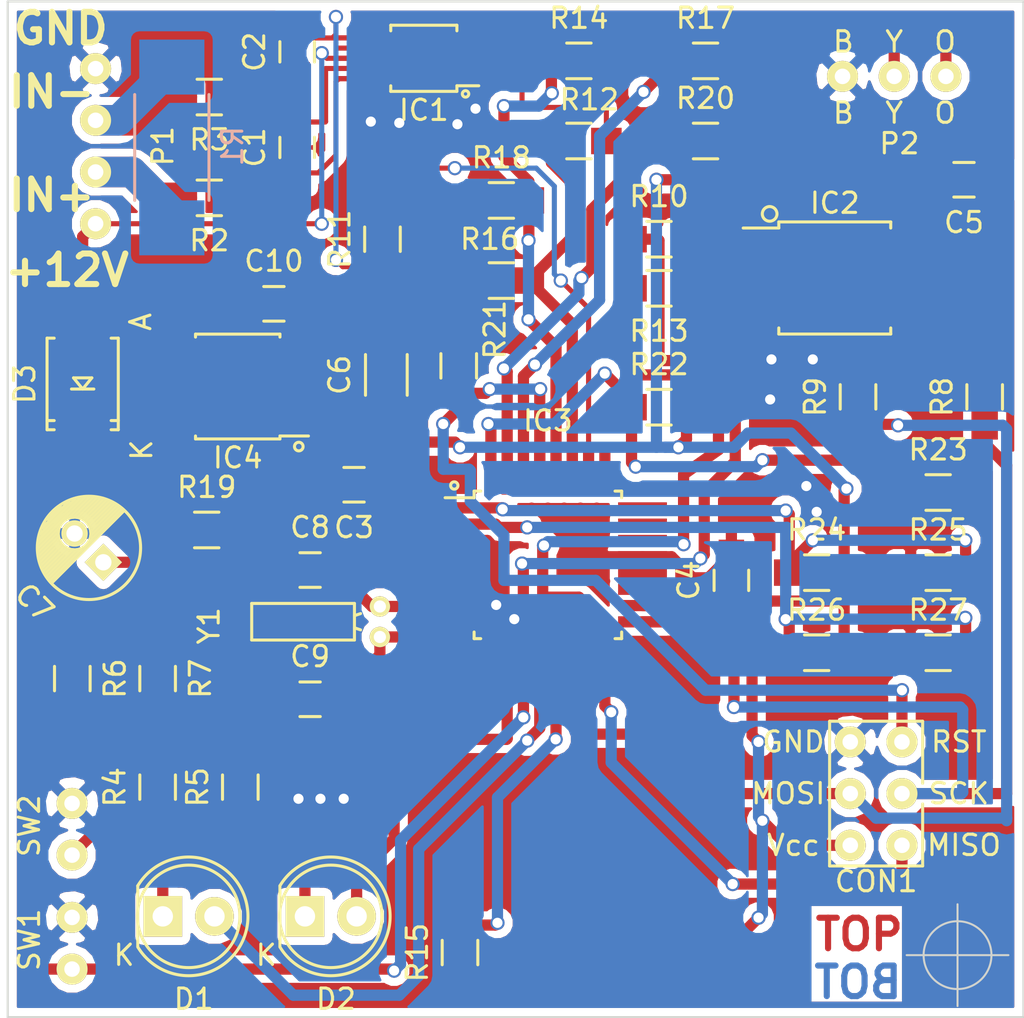
<source format=kicad_pcb>
(kicad_pcb (version 4) (host pcbnew 4.1.0-alpha+201606030946+6874~45~ubuntu14.04.1-product)
  (layers (0 F.Cu signal) (31 B.Cu signal) (34 B.Paste user) (35 F.Paste user) (36 B.SilkS user) (37 F.SilkS user) (38 B.Mask user) (39 F.Mask user) (44 Edge.Cuts user))
  (net 0 "")
  (net 1 "Net-(C1-Pad1)")
  (net 2 "Net-(C1-Pad2)")
  (net 3 GND)
  (net 4 +3V3)
  (net 5 "Net-(C6-Pad1)")
  (net 6 "Net-(C8-Pad2)")
  (net 7 "Net-(C9-Pad2)")
  (net 8 +12V)
  (net 9 /SPI_CLK)
  (net 10 /SPI_MISO)
  (net 11 /nRESET)
  (net 12 /SPI_MOSI)
  (net 13 "Net-(D1-Pad1)")
  (net 14 /LED_ACT)
  (net 15 "Net-(D2-Pad1)")
  (net 16 /LED_TRIG)
  (net 17 "Net-(D3-Pad1)")
  (net 18 "Net-(IC1-Pad3)")
  (net 19 "Net-(IC1-Pad4)")
  (net 20 "Net-(IC1-Pad5)")
  (net 21 "Net-(IC2-Pad1)")
  (net 22 "Net-(IC2-Pad2)")
  (net 23 "Net-(IC2-Pad3)")
  (net 24 "Net-(IC2-Pad5)")
  (net 25 "Net-(IC2-Pad6)")
  (net 26 "Net-(IC2-Pad7)")
  (net 27 "Net-(IC3-Pad1)")
  (net 28 "Net-(IC3-Pad2)")
  (net 29 /BUT_RST)
  (net 30 /BUT_START)
  (net 31 /SPI_CS0)
  (net 32 "Net-(IC3-Pad14)")
  (net 33 "Net-(IC3-Pad19)")
  (net 34 "Net-(IC3-Pad20)")
  (net 35 "Net-(IC3-Pad22)")
  (net 36 "Net-(IC3-Pad23)")
  (net 37 "Net-(IC3-Pad24)")
  (net 38 "Net-(IC3-Pad25)")
  (net 39 "Net-(IC3-Pad27)")
  (net 40 "Net-(IC3-Pad28)")
  (net 41 "Net-(IC3-Pad30)")
  (net 42 "Net-(IC3-Pad31)")
  (net 43 "Net-(IC3-Pad32)")
  (net 44 "Net-(IC4-Pad4)")
  (net 45 "Net-(P1-Pad2)")
  (net 46 "Net-(P1-Pad3)")
  (net 47 "Net-(P2-Pad3)")
  (net 48 "Net-(P2-Pad2)")
  (module Capacitors_SMD:C_0805_HandSoldering (layer F.Cu) (at 146.05 71.0565 90)
    (fp_text reference C1 (at 0 -2.1 90) (layer F.SilkS))
    (fp_text value 0)
    (pad 1 smd rect (at -1.25 0 90) (size 1.5 1.25) (layers F.Cu F.Paste F.Mask) (net 1 "Net-(C1-Pad1)"))
    (pad 2 smd rect (at 1.25 0 90) (size 1.5 1.25) (layers F.Cu F.Paste F.Mask) (net 2 "Net-(C1-Pad2)"))
  )
  (module Capacitors_SMD:C_0805_HandSoldering (layer F.Cu) (at 146.05 66.3575 90)
    (fp_text reference C2 (at 0 -2.1 90) (layer F.SilkS))
    (fp_text value 100nF)
    (pad 1 smd rect (at -1.25 0 90) (size 1.5 1.25) (layers F.Cu F.Paste F.Mask) (net 3 GND))
    (pad 2 smd rect (at 1.25 0 90) (size 1.5 1.25) (layers F.Cu F.Paste F.Mask) (net 4 +3V3))
  )
  (module Capacitors_SMD:C_0805_HandSoldering (layer F.Cu) (at 148.844 87.63 180)
    (fp_text reference C3 (at 0 -2.1 180) (layer F.SilkS))
    (fp_text value 100nF)
    (pad 1 smd rect (at -1.25 0 180) (size 1.5 1.25) (layers F.Cu F.Paste F.Mask) (net 4 +3V3))
    (pad 2 smd rect (at 1.25 0 180) (size 1.5 1.25) (layers F.Cu F.Paste F.Mask) (net 3 GND))
  )
  (module Capacitors_SMD:C_0805_HandSoldering (layer F.Cu) (at 167.386 92.329 90)
    (fp_text reference C4 (at 0 -2.1 90) (layer F.SilkS))
    (fp_text value 100nF)
    (pad 1 smd rect (at -1.25 0 90) (size 1.5 1.25) (layers F.Cu F.Paste F.Mask) (net 4 +3V3))
    (pad 2 smd rect (at 1.25 0 90) (size 1.5 1.25) (layers F.Cu F.Paste F.Mask) (net 3 GND))
  )
  (module Capacitors_SMD:C_0805_HandSoldering (layer F.Cu) (at 178.816 72.644 180)
    (fp_text reference C5 (at 0 -2.1 180) (layer F.SilkS))
    (fp_text value 100nF)
    (pad 1 smd rect (at -1.25 0 180) (size 1.5 1.25) (layers F.Cu F.Paste F.Mask) (net 3 GND))
    (pad 2 smd rect (at 1.25 0 180) (size 1.5 1.25) (layers F.Cu F.Paste F.Mask) (net 4 +3V3))
  )
  (module Capacitors_SMD:C_1206_HandSoldering (layer F.Cu) (at 150.4315 82.2325 90)
    (fp_text reference C6 (at 0 -2.3 90) (layer F.SilkS))
    (fp_text value 10uF)
    (pad 1 smd rect (at -2 0 90) (size 2 1.6) (layers F.Cu F.Paste F.Mask) (net 5 "Net-(C6-Pad1)"))
    (pad 2 smd rect (at 2 0 90) (size 2 1.6) (layers F.Cu F.Paste F.Mask) (net 3 GND))
  )
  (module Capacitors_ThroughHole:C_Radial_D5_L11_P2 (layer F.Cu) (at 136.525 91.44 135)
    (fp_text reference C7 (at 1 -3.8 135) (layer F.SilkS))
    (fp_text value 10uF)
    (pad 1 thru_hole rect (at 0 0 135) (size 1.3 1.3) (drill 0.8) (layers *.Cu *.Mask F.SilkS) (net 5 "Net-(C6-Pad1)"))
    (pad 2 thru_hole circle (at 2 0 135) (size 1.3 1.3) (drill 0.8) (layers *.Cu *.Mask F.SilkS) (net 3 GND))
  )
  (module Capacitors_SMD:C_0805_HandSoldering (layer F.Cu) (at 146.685 91.821)
    (fp_text reference C8 (at 0 -2.1) (layer F.SilkS))
    (fp_text value 100nF)
    (pad 1 smd rect (at -1.25 0) (size 1.5 1.25) (layers F.Cu F.Paste F.Mask) (net 3 GND))
    (pad 2 smd rect (at 1.25 0) (size 1.5 1.25) (layers F.Cu F.Paste F.Mask) (net 6 "Net-(C8-Pad2)"))
  )
  (module Capacitors_SMD:C_0805_HandSoldering (layer F.Cu) (at 146.685 98.171)
    (fp_text reference C9 (at 0 -2.1) (layer F.SilkS))
    (fp_text value 100nF)
    (pad 1 smd rect (at -1.25 0) (size 1.5 1.25) (layers F.Cu F.Paste F.Mask) (net 3 GND))
    (pad 2 smd rect (at 1.25 0) (size 1.5 1.25) (layers F.Cu F.Paste F.Mask) (net 7 "Net-(C9-Pad2)"))
  )
  (module Capacitors_SMD:C_0805_HandSoldering (layer F.Cu) (at 144.907 78.74)
    (fp_text reference C10 (at 0 -2.1) (layer F.SilkS))
    (fp_text value 100nF)
    (pad 1 smd rect (at -1.25 0) (size 1.5 1.25) (layers F.Cu F.Paste F.Mask) (net 8 +12V))
    (pad 2 smd rect (at 1.25 0) (size 1.5 1.25) (layers F.Cu F.Paste F.Mask) (net 3 GND))
  )
  (module "My footprints:AVR_ISP_HEADER_6PIN" (layer F.Cu) (at 175.768 102.8065 90)
    (fp_text reference CON1 (at -4.318 -1.27 180) (layer F.SilkS))
    (fp_text value AVR-ISP-6)
    (fp_text user RST (at 2.54 2.794 180) (layer F.SilkS))
    (fp_text user SCK (at 0 2.794 180) (layer F.SilkS))
    (fp_text user MISO (at -2.54 3.048 180) (layer F.SilkS))
    (fp_text user GND (at 2.54 -5.334 180) (layer F.SilkS))
    (fp_text user MOSI (at 0 -5.588 180) (layer F.SilkS))
    (fp_text user Vcc (at -2.54 -5.334 180) (layer F.SilkS))
    (pad 3 thru_hole circle (at 0 0 90) (size 1.524 1.524) (drill 0.762) (layers *.Cu *.Mask F.SilkS) (net 9 /SPI_CLK))
    (pad 1 thru_hole circle (at -2.54 0 90) (size 1.524 1.524) (drill 0.762) (layers *.Cu *.Mask F.SilkS) (net 10 /SPI_MISO))
    (pad 5 thru_hole circle (at 2.54 0 90) (size 1.524 1.524) (drill 0.762) (layers *.Cu *.Mask F.SilkS) (net 11 /nRESET))
    (pad 6 thru_hole circle (at 2.54 -2.54 90) (size 1.524 1.524) (drill 0.762) (layers *.Cu *.Mask F.SilkS) (net 3 GND))
    (pad 4 thru_hole circle (at 0 -2.54 90) (size 1.524 1.524) (drill 0.762) (layers *.Cu *.Mask F.SilkS) (net 12 /SPI_MOSI))
    (pad 2 thru_hole circle (at -2.54 -2.54 90) (size 1.524 1.524) (drill 0.762) (layers *.Cu *.Mask F.SilkS) (net 4 +3V3))
  )
  (module LEDs:LED-5MM (layer F.Cu) (at 139.446 108.839)
    (fp_text reference D1 (at 1.524 4.064) (layer F.SilkS))
    (fp_text value LED)
    (fp_text user K (at -1.905 1.905) (layer F.SilkS))
    (pad 1 thru_hole rect (at 0 0 90) (size 2 1.9) (drill 1.00076) (layers *.Cu *.Mask F.SilkS) (net 13 "Net-(D1-Pad1)"))
    (pad 2 thru_hole circle (at 2.54 0) (size 1.9 1.9) (drill 1.00076) (layers *.Cu *.Mask F.SilkS) (net 14 /LED_ACT))
  )
  (module LEDs:LED-5MM (layer F.Cu) (at 146.431 108.839)
    (fp_text reference D2 (at 1.524 4.064) (layer F.SilkS))
    (fp_text value LED)
    (fp_text user K (at -1.905 1.905) (layer F.SilkS))
    (pad 1 thru_hole rect (at 0 0 90) (size 2 1.9) (drill 1.00076) (layers *.Cu *.Mask F.SilkS) (net 15 "Net-(D2-Pad1)"))
    (pad 2 thru_hole circle (at 2.54 0) (size 1.9 1.9) (drill 1.00076) (layers *.Cu *.Mask F.SilkS) (net 16 /LED_TRIG))
  )
  (module "My footprints:SOC008_5.3x5.3mm_Pitch1.27mm_big_foot" (layer F.Cu) (at 172.466 77.47)
    (fp_text reference IC2 (at 0 -3.68) (layer F.SilkS))
    (fp_text value S25FL064P)
    (pad 1 smd rect (at -3.8 -1.905) (size 2 0.65) (layers F.Cu F.Paste F.Mask) (net 21 "Net-(IC2-Pad1)"))
    (pad 2 smd rect (at -3.8 -0.635) (size 2 0.65) (layers F.Cu F.Paste F.Mask) (net 22 "Net-(IC2-Pad2)"))
    (pad 3 smd rect (at -3.8 0.635) (size 2 0.65) (layers F.Cu F.Paste F.Mask) (net 23 "Net-(IC2-Pad3)"))
    (pad 4 smd rect (at -3.8 1.905) (size 2 0.65) (layers F.Cu F.Paste F.Mask) (net 3 GND))
    (pad 5 smd rect (at 3.8 1.905) (size 2 0.65) (layers F.Cu F.Paste F.Mask) (net 24 "Net-(IC2-Pad5)"))
    (pad 6 smd rect (at 3.8 0.635) (size 2 0.65) (layers F.Cu F.Paste F.Mask) (net 25 "Net-(IC2-Pad6)"))
    (pad 7 smd rect (at 3.8 -0.635) (size 2 0.65) (layers F.Cu F.Paste F.Mask) (net 26 "Net-(IC2-Pad7)"))
    (pad 8 smd rect (at 3.8 -1.905) (size 2 0.65) (layers F.Cu F.Paste F.Mask) (net 4 +3V3))
  )
  (module "My footprints:TQFP-32_7x7mm_Pitch0.8mm_big_foot" (layer F.Cu) (at 158.369 91.567)
    (fp_text reference IC3 (at 0 -7.08) (layer F.SilkS))
    (fp_text value ATMEGA328P-A)
    (pad 1 smd rect (at -4.65 -2.8) (size 2.4 0.55) (layers F.Cu F.Paste F.Mask) (net 27 "Net-(IC3-Pad1)"))
    (pad 2 smd rect (at -4.65 -2) (size 2.4 0.55) (layers F.Cu F.Paste F.Mask) (net 28 "Net-(IC3-Pad2)"))
    (pad 3 smd rect (at -4.65 -1.2) (size 2.4 0.55) (layers F.Cu F.Paste F.Mask) (net 3 GND))
    (pad 4 smd rect (at -4.65 -0.4) (size 2.4 0.55) (layers F.Cu F.Paste F.Mask) (net 4 +3V3))
    (pad 5 smd rect (at -4.65 0.4) (size 2.4 0.55) (layers F.Cu F.Paste F.Mask) (net 3 GND))
    (pad 6 smd rect (at -4.65 1.2) (size 2.4 0.55) (layers F.Cu F.Paste F.Mask) (net 4 +3V3))
    (pad 7 smd rect (at -4.65 2) (size 2.4 0.55) (layers F.Cu F.Paste F.Mask) (net 6 "Net-(C8-Pad2)"))
    (pad 8 smd rect (at -4.65 2.8) (size 2.4 0.55) (layers F.Cu F.Paste F.Mask) (net 7 "Net-(C9-Pad2)"))
    (pad 9 smd rect (at -2.8 4.65 90) (size 2.4 0.55) (layers F.Cu F.Paste F.Mask) (net 29 /BUT_RST))
    (pad 10 smd rect (at -2 4.65 90) (size 2.4 0.55) (layers F.Cu F.Paste F.Mask) (net 16 /LED_TRIG))
    (pad 11 smd rect (at -1.2 4.65 90) (size 2.4 0.55) (layers F.Cu F.Paste F.Mask) (net 30 /BUT_START))
    (pad 12 smd rect (at -0.4 4.65 90) (size 2.4 0.55) (layers F.Cu F.Paste F.Mask) (net 14 /LED_ACT))
    (pad 13 smd rect (at 0.4 4.65 90) (size 2.4 0.55) (layers F.Cu F.Paste F.Mask) (net 31 /SPI_CS0))
    (pad 14 smd rect (at 1.2 4.65 90) (size 2.4 0.55) (layers F.Cu F.Paste F.Mask) (net 32 "Net-(IC3-Pad14)"))
    (pad 15 smd rect (at 2 4.65 90) (size 2.4 0.55) (layers F.Cu F.Paste F.Mask) (net 12 /SPI_MOSI))
    (pad 16 smd rect (at 2.8 4.65 90) (size 2.4 0.55) (layers F.Cu F.Paste F.Mask) (net 10 /SPI_MISO))
    (pad 17 smd rect (at 4.65 2.8) (size 2.4 0.55) (layers F.Cu F.Paste F.Mask) (net 9 /SPI_CLK))
    (pad 18 smd rect (at 4.65 2) (size 2.4 0.55) (layers F.Cu F.Paste F.Mask) (net 4 +3V3))
    (pad 19 smd rect (at 4.65 1.2) (size 2.4 0.55) (layers F.Cu F.Paste F.Mask) (net 33 "Net-(IC3-Pad19)"))
    (pad 20 smd rect (at 4.65 0.4) (size 2.4 0.55) (layers F.Cu F.Paste F.Mask) (net 34 "Net-(IC3-Pad20)"))
    (pad 21 smd rect (at 4.65 -0.4) (size 2.4 0.55) (layers F.Cu F.Paste F.Mask) (net 3 GND))
    (pad 22 smd rect (at 4.65 -1.2) (size 2.4 0.55) (layers F.Cu F.Paste F.Mask) (net 35 "Net-(IC3-Pad22)"))
    (pad 23 smd rect (at 4.65 -2) (size 2.4 0.55) (layers F.Cu F.Paste F.Mask) (net 36 "Net-(IC3-Pad23)"))
    (pad 24 smd rect (at 4.65 -2.8) (size 2.4 0.55) (layers F.Cu F.Paste F.Mask) (net 37 "Net-(IC3-Pad24)"))
    (pad 25 smd rect (at 2.8 -4.65 90) (size 2.4 0.55) (layers F.Cu F.Paste F.Mask) (net 38 "Net-(IC3-Pad25)"))
    (pad 26 smd rect (at 2 -4.65 90) (size 2.4 0.55) (layers F.Cu F.Paste F.Mask) (net 18 "Net-(IC1-Pad3)"))
    (pad 27 smd rect (at 1.2 -4.65 90) (size 2.4 0.55) (layers F.Cu F.Paste F.Mask) (net 39 "Net-(IC3-Pad27)"))
    (pad 28 smd rect (at 0.4 -4.65 90) (size 2.4 0.55) (layers F.Cu F.Paste F.Mask) (net 40 "Net-(IC3-Pad28)"))
    (pad 29 smd rect (at -0.4 -4.65 90) (size 2.4 0.55) (layers F.Cu F.Paste F.Mask) (net 11 /nRESET))
    (pad 30 smd rect (at -1.2 -4.65 90) (size 2.4 0.55) (layers F.Cu F.Paste F.Mask) (net 41 "Net-(IC3-Pad30)"))
    (pad 31 smd rect (at -2 -4.65 90) (size 2.4 0.55) (layers F.Cu F.Paste F.Mask) (net 42 "Net-(IC3-Pad31)"))
    (pad 32 smd rect (at -2.8 -4.65 90) (size 2.4 0.55) (layers F.Cu F.Paste F.Mask) (net 43 "Net-(IC3-Pad32)"))
  )
  (module "My footprints:SOIC-8_3.9x4.9mm_Pitch1.27mm_big_foot" (layer F.Cu) (at 143.129 82.804 180)
    (fp_text reference IC4 (at 0 -3.5 180) (layer F.SilkS))
    (fp_text value L4931CD33-TR)
    (pad 1 smd rect (at -2.925 -1.905 180) (size 2 0.6) (layers F.Cu F.Paste F.Mask) (net 5 "Net-(C6-Pad1)"))
    (pad 2 smd rect (at -2.925 -0.635 180) (size 2 0.6) (layers F.Cu F.Paste F.Mask) (net 3 GND))
    (pad 3 smd rect (at -2.925 0.635 180) (size 2 0.6) (layers F.Cu F.Paste F.Mask) (net 3 GND))
    (pad 4 smd rect (at -2.925 1.905 180) (size 2 0.6) (layers F.Cu F.Paste F.Mask) (net 44 "Net-(IC4-Pad4)"))
    (pad 5 smd rect (at 2.925 1.905 180) (size 2 0.6) (layers F.Cu F.Paste F.Mask) (net 3 GND))
    (pad 6 smd rect (at 2.925 0.635 180) (size 2 0.6) (layers F.Cu F.Paste F.Mask) (net 3 GND))
    (pad 7 smd rect (at 2.925 -0.635 180) (size 2 0.6) (layers F.Cu F.Paste F.Mask) (net 3 GND))
    (pad 8 smd rect (at 2.925 -1.905 180) (size 2 0.6) (layers F.Cu F.Paste F.Mask) (net 17 "Net-(D3-Pad1)"))
  )
  (module "My footprints:GPIO_header_1x4" (layer F.Cu) (at 136.144 69.723 90)
    (fp_text reference P1 (at -1.27 3.302 90) (layer F.SilkS))
    (fp_text value "Sense input")
    (pad 1 thru_hole circle (at 2.54 0 90) (size 1.524 1.524) (drill 0.762) (layers *.Cu *.Mask F.SilkS) (net 3 GND))
    (pad 2 thru_hole circle (at 0 0 90) (size 1.524 1.524) (drill 0.762) (layers *.Cu *.Mask F.SilkS) (net 45 "Net-(P1-Pad2)"))
    (pad 3 thru_hole circle (at -2.54 0 90) (size 1.524 1.524) (drill 0.762) (layers *.Cu *.Mask F.SilkS) (net 46 "Net-(P1-Pad3)"))
    (pad 4 thru_hole circle (at -5.08 0 90) (size 1.524 1.524) (drill 0.762) (layers *.Cu *.Mask F.SilkS) (net 8 +12V))
  )
  (module Resistors_SMD:R_2512_HandSoldering (layer B.Cu) (at 139.8905 71.0565 270)
    (fp_text reference R1 (at -0.0635 -2.9845 270) (layer B.SilkS) (effects (justify mirror)))
    (fp_text value 0.01)
    (pad 1 smd rect (at -3.95 0 270) (size 2.7 3.2) (layers B.Cu B.Paste B.Mask) (net 45 "Net-(P1-Pad2)"))
    (pad 2 smd rect (at 3.95 0 270) (size 2.7 3.2) (layers B.Cu B.Paste B.Mask) (net 46 "Net-(P1-Pad3)"))
  )
  (module Resistors_SMD:R_0805_HandSoldering (layer F.Cu) (at 141.732 73.533 180)
    (fp_text reference R2 (at 0 -2.1 180) (layer F.SilkS))
    (fp_text value 0)
    (pad 1 smd rect (at -1.35 0 180) (size 1.5 1.3) (layers F.Cu F.Paste F.Mask) (net 1 "Net-(C1-Pad1)"))
    (pad 2 smd rect (at 1.35 0 180) (size 1.5 1.3) (layers F.Cu F.Paste F.Mask) (net 46 "Net-(P1-Pad3)"))
  )
  (module Resistors_SMD:R_0805_HandSoldering (layer F.Cu) (at 141.732 68.58 180)
    (fp_text reference R3 (at 0 -2.1 180) (layer F.SilkS))
    (fp_text value 0)
    (pad 1 smd rect (at -1.35 0 180) (size 1.5 1.3) (layers F.Cu F.Paste F.Mask) (net 2 "Net-(C1-Pad2)"))
    (pad 2 smd rect (at 1.35 0 180) (size 1.5 1.3) (layers F.Cu F.Paste F.Mask) (net 45 "Net-(P1-Pad2)"))
  )
  (module Resistors_SMD:R_0805_HandSoldering (layer F.Cu) (at 139.192 102.489 90)
    (fp_text reference R4 (at 0 -2.1 90) (layer F.SilkS))
    (fp_text value 150)
    (pad 1 smd rect (at -1.35 0 90) (size 1.5 1.3) (layers F.Cu F.Paste F.Mask) (net 13 "Net-(D1-Pad1)"))
    (pad 2 smd rect (at 1.35 0 90) (size 1.5 1.3) (layers F.Cu F.Paste F.Mask) (net 3 GND))
  )
  (module Resistors_SMD:R_0805_HandSoldering (layer F.Cu) (at 143.256 102.489 90)
    (fp_text reference R5 (at 0 -2.1 90) (layer F.SilkS))
    (fp_text value 150)
    (pad 1 smd rect (at -1.35 0 90) (size 1.5 1.3) (layers F.Cu F.Paste F.Mask) (net 15 "Net-(D2-Pad1)"))
    (pad 2 smd rect (at 1.35 0 90) (size 1.5 1.3) (layers F.Cu F.Paste F.Mask) (net 3 GND))
  )
  (module Resistors_SMD:R_0805_HandSoldering (layer F.Cu) (at 135.001 97.155 270)
    (fp_text reference R6 (at 0 -2.1 270) (layer F.SilkS))
    (fp_text value 10K)
    (pad 1 smd rect (at -1.35 0 270) (size 1.5 1.3) (layers F.Cu F.Paste F.Mask) (net 4 +3V3))
    (pad 2 smd rect (at 1.35 0 270) (size 1.5 1.3) (layers F.Cu F.Paste F.Mask) (net 30 /BUT_START))
  )
  (module Resistors_SMD:R_0805_HandSoldering (layer F.Cu) (at 139.192 97.155 270)
    (fp_text reference R7 (at 0 -2.1 270) (layer F.SilkS))
    (fp_text value 10K)
    (pad 1 smd rect (at -1.35 0 270) (size 1.5 1.3) (layers F.Cu F.Paste F.Mask) (net 4 +3V3))
    (pad 2 smd rect (at 1.35 0 270) (size 1.5 1.3) (layers F.Cu F.Paste F.Mask) (net 29 /BUT_RST))
  )
  (module Resistors_SMD:R_0805_HandSoldering (layer F.Cu) (at 179.832 83.312 90)
    (fp_text reference R8 (at 0 -2.1 90) (layer F.SilkS))
    (fp_text value 0)
    (pad 1 smd rect (at -1.35 0 90) (size 1.5 1.3) (layers F.Cu F.Paste F.Mask) (net 9 /SPI_CLK))
    (pad 2 smd rect (at 1.35 0 90) (size 1.5 1.3) (layers F.Cu F.Paste F.Mask) (net 25 "Net-(IC2-Pad6)"))
  )
  (module Resistors_SMD:R_0805_HandSoldering (layer F.Cu) (at 173.609 83.312 90)
    (fp_text reference R9 (at 0 -2.1 90) (layer F.SilkS))
    (fp_text value 0)
    (pad 1 smd rect (at -1.35 0 90) (size 1.5 1.3) (layers F.Cu F.Paste F.Mask) (net 12 /SPI_MOSI))
    (pad 2 smd rect (at 1.35 0 90) (size 1.5 1.3) (layers F.Cu F.Paste F.Mask) (net 24 "Net-(IC2-Pad5)"))
  )
  (module Resistors_SMD:R_0805_HandSoldering (layer F.Cu) (at 163.83 75.565)
    (fp_text reference R10 (at 0 -2.1) (layer F.SilkS))
    (fp_text value 0)
    (pad 1 smd rect (at -1.35 0) (size 1.5 1.3) (layers F.Cu F.Paste F.Mask) (net 31 /SPI_CS0))
    (pad 2 smd rect (at 1.35 0) (size 1.5 1.3) (layers F.Cu F.Paste F.Mask) (net 21 "Net-(IC2-Pad1)"))
  )
  (module Resistors_SMD:R_0805_HandSoldering (layer F.Cu) (at 150.241 75.565 90)
    (fp_text reference R11 (at 0 -2.1 90) (layer F.SilkS))
    (fp_text value 10K)
    (pad 1 smd rect (at -1.35 0 90) (size 1.5 1.3) (layers F.Cu F.Paste F.Mask) (net 4 +3V3))
    (pad 2 smd rect (at 1.35 0 90) (size 1.5 1.3) (layers F.Cu F.Paste F.Mask) (net 18 "Net-(IC1-Pad3)"))
  )
  (module Resistors_SMD:R_0805_HandSoldering (layer F.Cu) (at 159.893 70.739)
    (fp_text reference R12 (at 0.508 -2.032) (layer F.SilkS))
    (fp_text value 0)
    (pad 1 smd rect (at -1.35 0) (size 1.5 1.3) (layers F.Cu F.Paste F.Mask) (net 39 "Net-(IC3-Pad27)"))
    (pad 2 smd rect (at 1.35 0) (size 1.5 1.3) (layers F.Cu F.Paste F.Mask) (net 19 "Net-(IC1-Pad4)"))
  )
  (module Resistors_SMD:R_0805_HandSoldering (layer F.Cu) (at 163.83 77.978 180)
    (fp_text reference R13 (at 0 -2.1 180) (layer F.SilkS))
    (fp_text value 0)
    (pad 1 smd rect (at -1.35 0 180) (size 1.5 1.3) (layers F.Cu F.Paste F.Mask) (net 22 "Net-(IC2-Pad2)"))
    (pad 2 smd rect (at 1.35 0 180) (size 1.5 1.3) (layers F.Cu F.Paste F.Mask) (net 10 /SPI_MISO))
  )
  (module Resistors_SMD:R_0805_HandSoldering (layer F.Cu) (at 159.893 66.802)
    (fp_text reference R14 (at 0 -2.1) (layer F.SilkS))
    (fp_text value 0)
    (pad 1 smd rect (at -1.35 0) (size 1.5 1.3) (layers F.Cu F.Paste F.Mask) (net 40 "Net-(IC3-Pad28)"))
    (pad 2 smd rect (at 1.35 0) (size 1.5 1.3) (layers F.Cu F.Paste F.Mask) (net 20 "Net-(IC1-Pad5)"))
  )
  (module Resistors_SMD:R_0805_HandSoldering (layer F.Cu) (at 154.051 110.617 90)
    (fp_text reference R15 (at 0 -2.1 90) (layer F.SilkS))
    (fp_text value 10K)
    (pad 1 smd rect (at -1.35 0 90) (size 1.5 1.3) (layers F.Cu F.Paste F.Mask) (net 4 +3V3))
    (pad 2 smd rect (at 1.35 0 90) (size 1.5 1.3) (layers F.Cu F.Paste F.Mask) (net 31 /SPI_CS0))
  )
  (module Resistors_SMD:R_0805_HandSoldering (layer F.Cu) (at 156.083 77.597)
    (fp_text reference R16 (at -0.5715 -2.032) (layer F.SilkS))
    (fp_text value 10K)
    (pad 1 smd rect (at -1.35 0) (size 1.5 1.3) (layers F.Cu F.Paste F.Mask) (net 4 +3V3))
    (pad 2 smd rect (at 1.35 0) (size 1.5 1.3) (layers F.Cu F.Paste F.Mask) (net 39 "Net-(IC3-Pad27)"))
  )
  (module Resistors_SMD:R_0805_HandSoldering (layer F.Cu) (at 166.116 66.802)
    (fp_text reference R17 (at 0 -2.1) (layer F.SilkS))
    (fp_text value 1K)
    (pad 1 smd rect (at -1.35 0) (size 1.5 1.3) (layers F.Cu F.Paste F.Mask) (net 41 "Net-(IC3-Pad30)"))
    (pad 2 smd rect (at 1.35 0) (size 1.5 1.3) (layers F.Cu F.Paste F.Mask) (net 47 "Net-(P2-Pad3)"))
  )
  (module Resistors_SMD:R_0805_HandSoldering (layer F.Cu) (at 156.083 73.66)
    (fp_text reference R18 (at 0 -2.1) (layer F.SilkS))
    (fp_text value 10K)
    (pad 1 smd rect (at -1.35 0) (size 1.5 1.3) (layers F.Cu F.Paste F.Mask) (net 4 +3V3))
    (pad 2 smd rect (at 1.35 0) (size 1.5 1.3) (layers F.Cu F.Paste F.Mask) (net 40 "Net-(IC3-Pad28)"))
  )
  (module Resistors_SMD:R_0805_HandSoldering (layer F.Cu) (at 141.605 89.8525)
    (fp_text reference R19 (at 0 -2.1) (layer F.SilkS))
    (fp_text value 0)
    (pad 1 smd rect (at -1.35 0) (size 1.5 1.3) (layers F.Cu F.Paste F.Mask) (net 5 "Net-(C6-Pad1)"))
    (pad 2 smd rect (at 1.35 0) (size 1.5 1.3) (layers F.Cu F.Paste F.Mask) (net 4 +3V3))
  )
  (module Resistors_SMD:R_0805_HandSoldering (layer F.Cu) (at 166.116 70.739)
    (fp_text reference R20 (at 0 -2.1) (layer F.SilkS))
    (fp_text value 1K)
    (pad 1 smd rect (at -1.35 0) (size 1.5 1.3) (layers F.Cu F.Paste F.Mask) (net 42 "Net-(IC3-Pad31)"))
    (pad 2 smd rect (at 1.35 0) (size 1.5 1.3) (layers F.Cu F.Paste F.Mask) (net 48 "Net-(P2-Pad2)"))
  )
  (module Resistors_SMD:R_0805_HandSoldering (layer F.Cu) (at 153.9875 81.788 270)
    (fp_text reference R21 (at -1.778 -1.778 270) (layer F.SilkS))
    (fp_text value 10K)
    (pad 1 smd rect (at -1.35 0 270) (size 1.5 1.3) (layers F.Cu F.Paste F.Mask) (net 4 +3V3))
    (pad 2 smd rect (at 1.35 0 270) (size 1.5 1.3) (layers F.Cu F.Paste F.Mask) (net 11 /nRESET))
  )
  (module Crystals:Crystal_Round_Horizontal_2mm (layer F.Cu) (at 150.114 94.361 90)
    (fp_text reference Y1 (at -0.20066 -8.39978 90) (layer F.SilkS))
    (fp_text value 32.768KHz)
    (pad 1 thru_hole circle (at -0.7493 0 90) (size 1.00076 1.00076) (drill 0.59944) (layers *.Cu *.Mask F.SilkS) (net 7 "Net-(C9-Pad2)"))
    (pad 2 thru_hole circle (at 0.7493 0 90) (size 1.00076 1.00076) (drill 0.59944) (layers *.Cu *.Mask F.SilkS) (net 6 "Net-(C8-Pad2)"))
  )
  (module Diodes_SMD:SMA_Handsoldering (layer F.Cu) (at 135.509 82.677 90)
    (fp_text reference D3 (at 0 -2.85 90) (layer F.SilkS))
    (fp_text value D)
    (fp_text user K (at -3.25 2.9 90) (layer F.SilkS))
    (fp_text user A (at 3.05 2.85 90) (layer F.SilkS))
    (pad 1 smd rect (at -2.49936 0 90) (size 3.50012 1.80086) (layers F.Cu F.Paste F.Mask) (net 17 "Net-(D3-Pad1)"))
    (pad 2 smd rect (at 2.49936 0 90) (size 3.50012 1.80086) (layers F.Cu F.Paste F.Mask) (net 8 +12V))
  )
  (module Resistors_SMD:R_0805_HandSoldering (layer F.Cu) (at 177.546 88.011)
    (fp_text reference R23 (at 0 -2.1) (layer F.SilkS))
    (fp_text value 0)
    (pad 1 smd rect (at -1.35 0) (size 1.5 1.3) (layers F.Cu F.Paste F.Mask) (net 3 GND))
    (pad 2 smd rect (at 1.35 0) (size 1.5 1.3) (layers F.Cu F.Paste F.Mask) (net 43 "Net-(IC3-Pad32)"))
  )
  (module Resistors_SMD:R_0805_HandSoldering (layer F.Cu) (at 163.83 83.82)
    (fp_text reference R22 (at 0 -2.1) (layer F.SilkS))
    (fp_text value 0)
    (pad 1 smd rect (at -1.35 0) (size 1.5 1.3) (layers F.Cu F.Paste F.Mask) (net 43 "Net-(IC3-Pad32)"))
    (pad 2 smd rect (at 1.35 0) (size 1.5 1.3) (layers F.Cu F.Paste F.Mask) (net 4 +3V3))
  )
  (module Resistors_SMD:R_0805_HandSoldering (layer F.Cu) (at 171.577 91.948)
    (fp_text reference R24 (at 0 -2.1) (layer F.SilkS))
    (fp_text value 0)
    (pad 1 smd rect (at -1.35 0) (size 1.5 1.3) (layers F.Cu F.Paste F.Mask) (net 27 "Net-(IC3-Pad1)"))
    (pad 2 smd rect (at 1.35 0) (size 1.5 1.3) (layers F.Cu F.Paste F.Mask) (net 4 +3V3))
  )
  (module Resistors_SMD:R_0805_HandSoldering (layer F.Cu) (at 177.546 91.948)
    (fp_text reference R25 (at 0 -2.1) (layer F.SilkS))
    (fp_text value 0)
    (pad 1 smd rect (at -1.35 0) (size 1.5 1.3) (layers F.Cu F.Paste F.Mask) (net 3 GND))
    (pad 2 smd rect (at 1.35 0) (size 1.5 1.3) (layers F.Cu F.Paste F.Mask) (net 27 "Net-(IC3-Pad1)"))
  )
  (module Resistors_SMD:R_0805_HandSoldering (layer F.Cu) (at 171.577 95.885)
    (fp_text reference R26 (at 0 -2.1) (layer F.SilkS))
    (fp_text value 0)
    (pad 1 smd rect (at -1.35 0) (size 1.5 1.3) (layers F.Cu F.Paste F.Mask) (net 28 "Net-(IC3-Pad2)"))
    (pad 2 smd rect (at 1.35 0) (size 1.5 1.3) (layers F.Cu F.Paste F.Mask) (net 4 +3V3))
  )
  (module Resistors_SMD:R_0805_HandSoldering (layer F.Cu) (at 177.546 95.885)
    (fp_text reference R27 (at 0 -2.1) (layer F.SilkS))
    (fp_text value 0)
    (pad 1 smd rect (at -1.35 0) (size 1.5 1.3) (layers F.Cu F.Paste F.Mask) (net 3 GND))
    (pad 2 smd rect (at 1.35 0) (size 1.5 1.3) (layers F.Cu F.Paste F.Mask) (net 28 "Net-(IC3-Pad2)"))
  )
  (module "My footprints:Button_connector" (layer F.Cu) (at 134.9883 103.2891 270)
    (fp_text reference SW2 (at 1.1 2.1 270) (layer F.SilkS))
    (fp_text value RESET)
    (pad 1 thru_hole circle (at 0 0 270) (size 1.524 1.524) (drill 0.762) (layers *.Cu *.Mask F.SilkS) (net 3 GND))
    (pad 2 thru_hole circle (at 2.54 0 270) (size 1.524 1.524) (drill 0.762) (layers *.Cu *.Mask F.SilkS) (net 29 /BUT_RST))
  )
  (module "My footprints:Button_connector" (layer F.Cu) (at 134.9883 108.8898 270)
    (fp_text reference SW1 (at 1.1 2.1 270) (layer F.SilkS))
    (fp_text value START/STOP)
    (pad 1 thru_hole circle (at 0 0 270) (size 1.524 1.524) (drill 0.762) (layers *.Cu *.Mask F.SilkS) (net 3 GND))
    (pad 2 thru_hole circle (at 2.54 0 270) (size 1.524 1.524) (drill 0.762) (layers *.Cu *.Mask F.SilkS) (net 30 /BUT_START))
  )
  (module "My footprints:Serial_header" (layer F.Cu) (at 175.387 67.564)
    (fp_text reference P2 (at 0.254 3.302) (layer F.SilkS))
    (fp_text value "Serial TTL")
    (fp_text user O (at 2.5 -1.7) (layer F.SilkS))
    (fp_text user Y (at 0 -1.7) (layer F.SilkS))
    (fp_text user B (at -2.5 -1.7) (layer F.SilkS))
    (fp_text user O (at 2.5 1.8) (layer F.SilkS))
    (fp_text user Y (at 0 1.8) (layer F.SilkS))
    (fp_text user B (at -2.5 1.8) (layer F.SilkS))
    (pad 1 thru_hole circle (at -2.54 0) (size 1.524 1.524) (drill 0.762) (layers *.Cu *.Mask F.SilkS) (net 3 GND))
    (pad 2 thru_hole circle (at 0 0) (size 1.524 1.524) (drill 0.762) (layers *.Cu *.Mask F.SilkS) (net 48 "Net-(P2-Pad2)"))
    (pad 3 thru_hole circle (at 2.54 0) (size 1.524 1.524) (drill 0.762) (layers *.Cu *.Mask F.SilkS) (net 47 "Net-(P2-Pad3)"))
  )
  (module "My footprints:TSSOP-10_3x3mm_Pitch0.5mm_big_foot" (layer F.Cu) (at 152.273 66.675 180)
    (fp_text reference IC1 (at 0 -2.55 180) (layer F.SilkS))
    (fp_text value ina226)
    (pad 1 smd rect (at -2.95 -1 180) (size 2.7 0.25) (layers F.Cu F.Paste F.Mask) (net 3 GND))
    (pad 2 smd rect (at -2.95 -0.5 180) (size 2.7 0.25) (layers F.Cu F.Paste F.Mask) (net 3 GND))
    (pad 3 smd rect (at -2.95 0 180) (size 2.7 0.25) (layers F.Cu F.Paste F.Mask) (net 18 "Net-(IC1-Pad3)"))
    (pad 4 smd rect (at -2.95 0.5 180) (size 2.7 0.25) (layers F.Cu F.Paste F.Mask) (net 19 "Net-(IC1-Pad4)"))
    (pad 5 smd rect (at -2.95 1 180) (size 2.7 0.25) (layers F.Cu F.Paste F.Mask) (net 20 "Net-(IC1-Pad5)"))
    (pad 6 smd rect (at 2.95 1 180) (size 2.7 0.25) (layers F.Cu F.Paste F.Mask) (net 4 +3V3))
    (pad 7 smd rect (at 2.95 0.5 180) (size 2.7 0.25) (layers F.Cu F.Paste F.Mask) (net 3 GND))
    (pad 8 smd rect (at 2.95 0 180) (size 2.7 0.25) (layers F.Cu F.Paste F.Mask) (net 8 +12V))
    (pad 9 smd rect (at 2.95 -0.5 180) (size 2.7 0.25) (layers F.Cu F.Paste F.Mask) (net 2 "Net-(C1-Pad2)"))
    (pad 10 smd rect (at 2.95 -1 180) (size 2.7 0.25) (layers F.Cu F.Paste F.Mask) (net 1 "Net-(C1-Pad1)"))
  )
  (gr_line (start 131.826 113.792) (end 131.826 63.881) (angle 90) (layer Edge.Cuts) (width 0.1))
  (gr_line (start 181.737 113.792) (end 131.826 113.792) (angle 90) (layer Edge.Cuts) (width 0.1))
  (gr_line (start 181.737 63.881) (end 181.737 113.792) (angle 90) (layer Edge.Cuts) (width 0.1))
  (gr_line (start 131.826 63.881) (end 181.737 63.881) (angle 90) (layer Edge.Cuts) (width 0.1))
  (target plus (at 178.4985 110.744) (size 5) (width 0.1) (layer Edge.Cuts))
  (gr_text BOT (at 173.609 112.0775) (layer B.Cu) (effects (font (size 1.5 1.5) (thickness 0.3)) (justify mirror)))
  (gr_text TOP (at 173.6725 109.728) (layer F.Cu) (effects (font (size 1.5 1.5) (thickness 0.3))))
  (gr_text IN+ (at 133.985 73.406) (layer F.SilkS) (effects (font (size 1.5 1.5) (thickness 0.3))))
  (gr_text IN- (at 133.985 68.326) (layer F.SilkS) (effects (font (size 1.5 1.5) (thickness 0.3))))
  (gr_text +12V (at 134.747 77.089) (layer F.SilkS) (effects (font (size 1.5 1.5) (thickness 0.3))))
  (gr_text GND (at 134.4295 65.2145) (layer F.SilkS) (effects (font (size 1.5 1.5) (thickness 0.3))))
  (segment (start 146.05 72.3065) (end 147.086 72.3065) (width 0.25) (layer F.Cu) (net 1))
  (segment (start 147.955 67.818) (end 148.098 67.675) (width 0.25) (layer F.Cu) (net 1))
  (segment (start 147.955 71.4375) (end 147.955 67.818) (width 0.25) (layer F.Cu) (net 1))
  (segment (start 147.086 72.3065) (end 147.955 71.4375) (width 0.25) (layer F.Cu) (net 1))
  (segment (start 148.098 67.675) (end 149.323 67.675) (width 0.25) (layer F.Cu) (net 1))
  (segment (start 146.05 72.3065) (end 146.3875 72.3065) (width 0.25) (layer F.Cu) (net 1))
  (segment (start 143.082 73.533) (end 143.082 73.3895) (width 0.55) (layer F.Cu) (net 1))
  (segment (start 143.082 73.3895) (end 144.165 72.3065) (width 0.55) (layer F.Cu) (net 1))
  (segment (start 144.165 72.3065) (end 146.05 72.3065) (width 0.55) (layer F.Cu) (net 1))
  (segment (start 146.05 69.8065) (end 147.427 69.8065) (width 0.25) (layer F.Cu) (net 2))
  (segment (start 147.455 67.175) (end 149.323 67.175) (width 0.25) (layer F.Cu) (net 2))
  (segment (start 147.447 67.183) (end 147.455 67.175) (width 0.25) (layer F.Cu) (net 2))
  (segment (start 147.447 69.7865) (end 147.447 67.183) (width 0.25) (layer F.Cu) (net 2))
  (segment (start 147.427 69.8065) (end 147.447 69.7865) (width 0.25) (layer F.Cu) (net 2))
  (segment (start 143.082 68.58) (end 143.129 68.58) (width 0.55) (layer F.Cu) (net 2))
  (segment (start 143.129 68.58) (end 144.3555 69.8065) (width 0.55) (layer F.Cu) (net 2))
  (segment (start 144.3555 69.8065) (end 146.05 69.8065) (width 0.55) (layer F.Cu) (net 2))
  (segment (start 155.223 67.175) (end 153.17 67.175) (width 0.25) (layer F.Cu) (net 3))
  (segment (start 153.17 67.175) (end 153.162 67.183) (width 0.25) (layer F.Cu) (net 3))
  (segment (start 153.162 67.183) (end 153.162 69.1515) (width 0.25) (layer F.Cu) (net 3))
  (segment (start 153.162 69.1515) (end 153.924 69.9135) (width 0.25) (layer F.Cu) (net 3))
  (via (at 153.924 69.9135) (size 0.7) (drill 0.5) (layers F.Cu B.Cu) (net 3))
  (segment (start 153.924 69.9135) (end 154.686 69.1515) (width 0.25) (layer B.Cu) (net 3))
  (segment (start 154.686 69.1515) (end 154.813 69.1515) (width 0.25) (layer B.Cu) (net 3))
  (via (at 154.813 69.1515) (size 0.7) (drill 0.5) (layers F.Cu B.Cu) (net 3))
  (segment (start 149.323 66.175) (end 151.3285 66.175) (width 0.25) (layer F.Cu) (net 3))
  (via (at 151.0665 69.85) (size 0.7) (drill 0.5) (layers F.Cu B.Cu) (net 3))
  (segment (start 149.733 69.85) (end 151.0665 69.85) (width 0.25) (layer B.Cu) (net 3))
  (segment (start 149.6695 69.7865) (end 149.733 69.85) (width 0.25) (layer B.Cu) (net 3))
  (via (at 149.6695 69.7865) (size 0.7) (drill 0.5) (layers F.Cu B.Cu) (net 3))
  (segment (start 151.4475 68.0085) (end 149.6695 69.7865) (width 0.25) (layer F.Cu) (net 3))
  (segment (start 151.4475 66.294) (end 151.4475 68.0085) (width 0.25) (layer F.Cu) (net 3))
  (segment (start 151.3285 66.175) (end 151.4475 66.294) (width 0.25) (layer F.Cu) (net 3))
  (segment (start 167.386 91.079) (end 167.386 88.3285) (width 0.55) (layer F.Cu) (net 3))
  (via (at 171.577 88.9635) (size 0.7) (drill 0.5) (layers F.Cu B.Cu) (net 3))
  (segment (start 171.577 88.2015) (end 171.577 88.9635) (width 0.55) (layer B.Cu) (net 3))
  (segment (start 171.069 87.6935) (end 171.577 88.2015) (width 0.55) (layer B.Cu) (net 3))
  (via (at 171.069 87.6935) (size 0.7) (drill 0.5) (layers F.Cu B.Cu) (net 3))
  (segment (start 168.021 87.6935) (end 171.069 87.6935) (width 0.55) (layer F.Cu) (net 3))
  (segment (start 167.386 88.3285) (end 168.021 87.6935) (width 0.55) (layer F.Cu) (net 3))
  (segment (start 155.575 91.967) (end 155.575 93.2815) (width 0.55) (layer F.Cu) (net 3))
  (via (at 156.718 94.234) (size 0.7) (drill 0.5) (layers F.Cu B.Cu) (net 3))
  (segment (start 156.5275 94.234) (end 156.718 94.234) (width 0.55) (layer B.Cu) (net 3))
  (segment (start 155.829 93.5355) (end 156.5275 94.234) (width 0.55) (layer B.Cu) (net 3))
  (via (at 155.829 93.5355) (size 0.7) (drill 0.5) (layers F.Cu B.Cu) (net 3))
  (segment (start 155.575 93.2815) (end 155.829 93.5355) (width 0.55) (layer F.Cu) (net 3))
  (segment (start 168.666 79.375) (end 168.666 80.782) (width 0.55) (layer F.Cu) (net 3))
  (via (at 169.291 83.439) (size 0.7) (drill 0.5) (layers F.Cu B.Cu) (net 3))
  (segment (start 169.418 83.439) (end 169.291 83.439) (width 0.55) (layer F.Cu) (net 3))
  (segment (start 171.3865 81.4705) (end 169.418 83.439) (width 0.55) (layer F.Cu) (net 3))
  (via (at 171.3865 81.4705) (size 0.7) (drill 0.5) (layers F.Cu B.Cu) (net 3))
  (segment (start 169.3545 81.4705) (end 171.3865 81.4705) (width 0.55) (layer B.Cu) (net 3))
  (via (at 169.3545 81.4705) (size 0.7) (drill 0.5) (layers F.Cu B.Cu) (net 3))
  (segment (start 168.666 80.782) (end 169.3545 81.4705) (width 0.55) (layer F.Cu) (net 3))
  (segment (start 143.256 101.139) (end 144.1285 101.139) (width 0.55) (layer F.Cu) (net 3))
  (via (at 148.336 103.0605) (size 0.7) (drill 0.5) (layers F.Cu B.Cu) (net 3))
  (segment (start 147.193 103.0605) (end 148.336 103.0605) (width 0.55) (layer F.Cu) (net 3))
  (via (at 147.193 103.0605) (size 0.7) (drill 0.5) (layers F.Cu B.Cu) (net 3))
  (segment (start 146.1135 103.0605) (end 147.193 103.0605) (width 0.55) (layer B.Cu) (net 3))
  (via (at 146.1135 103.0605) (size 0.7) (drill 0.5) (layers F.Cu B.Cu) (net 3))
  (segment (start 146.05 103.0605) (end 146.1135 103.0605) (width 0.55) (layer F.Cu) (net 3))
  (segment (start 144.1285 101.139) (end 146.05 103.0605) (width 0.55) (layer F.Cu) (net 3))
  (segment (start 153.17 67.175) (end 153.162 67.183) (width 0.25) (layer F.Cu) (net 3))
  (segment (start 153.162 67.183) (end 153.162 67.532) (width 0.25) (layer F.Cu) (net 3))
  (segment (start 153.162 67.532) (end 153.305 67.675) (width 0.25) (layer F.Cu) (net 3))
  (segment (start 153.305 67.675) (end 155.223 67.675) (width 0.25) (layer F.Cu) (net 3))
  (segment (start 163.019 91.167) (end 164.446 91.167) (width 0.55) (layer F.Cu) (net 3))
  (segment (start 166.263 92.202) (end 167.386 91.079) (width 0.55) (layer F.Cu) (net 3))
  (segment (start 165.481 92.202) (end 166.263 92.202) (width 0.55) (layer F.Cu) (net 3))
  (segment (start 164.446 91.167) (end 165.481 92.202) (width 0.55) (layer F.Cu) (net 3))
  (segment (start 153.719 90.367) (end 155.391 90.367) (width 0.55) (layer F.Cu) (net 3))
  (segment (start 155.391 90.367) (end 155.5115 90.4875) (width 0.55) (layer F.Cu) (net 3))
  (segment (start 153.719 91.967) (end 155.575 91.967) (width 0.55) (layer F.Cu) (net 3))
  (segment (start 155.575 91.967) (end 155.6195 91.967) (width 0.55) (layer F.Cu) (net 3))
  (segment (start 155.6195 91.967) (end 155.6385 91.948) (width 0.55) (layer F.Cu) (net 3))
  (segment (start 163.019 91.167) (end 160.42 91.167) (width 0.55) (layer F.Cu) (net 3))
  (segment (start 160.42 91.167) (end 160.401 91.186) (width 0.55) (layer F.Cu) (net 3))
  (segment (start 176.196 91.948) (end 176.196 88.011) (width 0.55) (layer F.Cu) (net 3))
  (segment (start 155.223 67.675) (end 153.305 67.675) (width 0.25) (layer F.Cu) (net 3))
  (segment (start 153.305 67.675) (end 153.289 67.691) (width 0.25) (layer F.Cu) (net 3))
  (segment (start 153.17 67.175) (end 153.162 67.183) (width 0.25) (layer F.Cu) (net 3))
  (segment (start 149.323 66.175) (end 151.392 66.175) (width 0.25) (layer F.Cu) (net 3))
  (segment (start 151.392 66.175) (end 151.4475 66.2305) (width 0.25) (layer F.Cu) (net 3))
  (segment (start 153.719 90.367) (end 152.089 90.367) (width 0.55) (layer F.Cu) (net 3))
  (segment (start 151.3205 89.5985) (end 151.3205 89.281) (width 0.55) (layer F.Cu) (net 3))
  (segment (start 152.089 90.367) (end 151.3205 89.5985) (width 0.55) (layer F.Cu) (net 3))
  (segment (start 135.001 95.805) (end 139.192 95.805) (width 0.55) (layer F.Cu) (net 4))
  (segment (start 139.192 95.805) (end 142.955 92.042) (width 0.55) (layer F.Cu) (net 4))
  (segment (start 142.955 92.042) (end 142.955 89.8525) (width 0.55) (layer F.Cu) (net 4))
  (segment (start 154.051 111.967) (end 165.655 111.967) (width 0.55) (layer F.Cu) (net 4))
  (segment (start 168.91 108.712) (end 168.91 104.14) (width 0.55) (layer B.Cu) (net 4))
  (segment (start 168.7195 108.9025) (end 168.91 108.712) (width 0.55) (layer B.Cu) (net 4))
  (via (at 168.7195 108.9025) (size 0.7) (drill 0.5) (layers F.Cu B.Cu) (net 4))
  (segment (start 165.655 111.967) (end 168.7195 108.9025) (width 0.55) (layer F.Cu) (net 4))
  (segment (start 173.228 105.3465) (end 170.1165 105.3465) (width 0.55) (layer F.Cu) (net 4))
  (segment (start 168.402 94.595) (end 167.386 93.579) (width 0.55) (layer F.Cu) (net 4))
  (segment (start 168.402 99.949) (end 168.402 94.595) (width 0.55) (layer F.Cu) (net 4))
  (segment (start 168.7195 100.2665) (end 168.402 99.949) (width 0.55) (layer F.Cu) (net 4))
  (via (at 168.7195 100.2665) (size 0.7) (drill 0.5) (layers F.Cu B.Cu) (net 4))
  (segment (start 168.7195 103.9495) (end 168.7195 100.2665) (width 0.55) (layer B.Cu) (net 4))
  (segment (start 168.91 104.14) (end 168.7195 103.9495) (width 0.55) (layer B.Cu) (net 4))
  (via (at 168.91 104.14) (size 0.7) (drill 0.5) (layers F.Cu B.Cu) (net 4))
  (segment (start 170.1165 105.3465) (end 168.91 104.14) (width 0.55) (layer F.Cu) (net 4))
  (segment (start 172.927 93.298) (end 172.927 95.885) (width 0.55) (layer F.Cu) (net 4))
  (segment (start 167.386 93.579) (end 169.057 93.579) (width 0.55) (layer F.Cu) (net 4))
  (segment (start 172.927 93.298) (end 172.927 91.948) (width 0.55) (layer F.Cu) (net 4))
  (segment (start 172.974 93.345) (end 172.927 93.298) (width 0.55) (layer F.Cu) (net 4))
  (segment (start 169.291 93.345) (end 172.974 93.345) (width 0.55) (layer F.Cu) (net 4))
  (segment (start 169.057 93.579) (end 169.291 93.345) (width 0.55) (layer F.Cu) (net 4))
  (segment (start 164.1475 85.7885) (end 167.513 85.7885) (width 0.55) (layer B.Cu) (net 4))
  (segment (start 167.513 85.7885) (end 168.2115 85.09) (width 0.55) (layer B.Cu) (net 4))
  (segment (start 168.2115 85.09) (end 170.307 85.09) (width 0.55) (layer B.Cu) (net 4))
  (segment (start 170.307 85.09) (end 173.0375 87.8205) (width 0.55) (layer B.Cu) (net 4))
  (via (at 173.0375 87.8205) (size 0.7) (drill 0.5) (layers F.Cu B.Cu) (net 4))
  (segment (start 173.0375 87.8205) (end 172.927 87.931) (width 0.55) (layer F.Cu) (net 4))
  (segment (start 172.927 87.931) (end 172.927 91.948) (width 0.55) (layer F.Cu) (net 4))
  (segment (start 176.266 75.565) (end 176.266 73.269) (width 0.55) (layer F.Cu) (net 4))
  (segment (start 176.266 73.269) (end 175.641 72.644) (width 0.55) (layer F.Cu) (net 4))
  (segment (start 163.703 85.7885) (end 163.703 72.644) (width 0.55) (layer B.Cu) (net 4))
  (segment (start 163.703 72.644) (end 175.641 72.644) (width 0.55) (layer F.Cu) (net 4))
  (segment (start 175.641 72.644) (end 177.566 72.644) (width 0.55) (layer F.Cu) (net 4))
  (via (at 163.703 72.644) (size 0.7) (drill 0.5) (layers F.Cu B.Cu) (net 4))
  (segment (start 163.019 93.567) (end 167.374 93.567) (width 0.55) (layer F.Cu) (net 4))
  (segment (start 167.374 93.567) (end 167.386 93.579) (width 0.55) (layer F.Cu) (net 4))
  (segment (start 152.2095 85.5345) (end 153.797 85.5345) (width 0.55) (layer F.Cu) (net 4))
  (segment (start 165.18 85.391) (end 165.18 83.82) (width 0.55) (layer F.Cu) (net 4))
  (segment (start 164.7825 85.7885) (end 165.18 85.391) (width 0.55) (layer F.Cu) (net 4))
  (via (at 164.7825 85.7885) (size 0.7) (drill 0.5) (layers F.Cu B.Cu) (net 4))
  (segment (start 154.051 85.7885) (end 163.703 85.7885) (width 0.55) (layer B.Cu) (net 4))
  (segment (start 163.703 85.7885) (end 164.1475 85.7885) (width 0.55) (layer B.Cu) (net 4))
  (segment (start 164.1475 85.7885) (end 164.7825 85.7885) (width 0.55) (layer B.Cu) (net 4))
  (via (at 154.051 85.7885) (size 0.7) (drill 0.5) (layers F.Cu B.Cu) (net 4))
  (segment (start 153.797 85.5345) (end 154.051 85.7885) (width 0.55) (layer F.Cu) (net 4))
  (segment (start 153.9875 80.438) (end 153.9875 78.3425) (width 0.55) (layer F.Cu) (net 4))
  (segment (start 153.9875 78.3425) (end 154.733 77.597) (width 0.55) (layer F.Cu) (net 4))
  (segment (start 150.094 87.63) (end 150.114 87.63) (width 0.55) (layer F.Cu) (net 4))
  (segment (start 150.114 87.63) (end 152.2095 85.5345) (width 0.55) (layer F.Cu) (net 4))
  (segment (start 152.2095 85.5345) (end 152.2095 76.915) (width 0.55) (layer F.Cu) (net 4))
  (segment (start 154.733 73.66) (end 154.733 77.597) (width 0.55) (layer F.Cu) (net 4))
  (segment (start 154.733 77.597) (end 154.051 76.915) (width 0.55) (layer F.Cu) (net 4))
  (segment (start 154.051 76.915) (end 152.2095 76.915) (width 0.55) (layer F.Cu) (net 4))
  (segment (start 152.2095 76.915) (end 150.241 76.915) (width 0.55) (layer F.Cu) (net 4))
  (segment (start 153.719 92.767) (end 151.441 92.767) (width 0.55) (layer F.Cu) (net 4))
  (segment (start 150.094 91.42) (end 150.094 89.515) (width 0.55) (layer F.Cu) (net 4))
  (segment (start 151.441 92.767) (end 150.094 91.42) (width 0.55) (layer F.Cu) (net 4))
  (segment (start 150.094 87.63) (end 150.094 89.515) (width 0.55) (layer F.Cu) (net 4))
  (segment (start 151.746 91.167) (end 153.719 91.167) (width 0.55) (layer F.Cu) (net 4))
  (segment (start 150.094 89.515) (end 151.746 91.167) (width 0.55) (layer F.Cu) (net 4))
  (segment (start 142.955 89.8525) (end 150.0505 89.8525) (width 0.55) (layer F.Cu) (net 4))
  (segment (start 150.094 89.809) (end 150.094 87.63) (width 0.55) (layer F.Cu) (net 4))
  (segment (start 150.0505 89.8525) (end 150.094 89.809) (width 0.55) (layer F.Cu) (net 4))
  (segment (start 149.323 65.675) (end 147.7805 65.675) (width 0.25) (layer F.Cu) (net 4))
  (segment (start 148.289 76.915) (end 150.241 76.915) (width 0.25) (layer F.Cu) (net 4))
  (segment (start 147.955 76.581) (end 148.289 76.915) (width 0.25) (layer F.Cu) (net 4))
  (via (at 147.955 76.581) (size 0.7) (drill 0.5) (layers F.Cu B.Cu) (net 4))
  (segment (start 147.955 64.643) (end 147.955 76.581) (width 0.25) (layer B.Cu) (net 4))
  (via (at 147.955 64.643) (size 0.7) (drill 0.5) (layers F.Cu B.Cu) (net 4))
  (segment (start 147.955 65.5005) (end 147.955 64.643) (width 0.25) (layer F.Cu) (net 4))
  (segment (start 147.7805 65.675) (end 147.955 65.5005) (width 0.25) (layer F.Cu) (net 4))
  (segment (start 149.323 65.675) (end 146.6175 65.675) (width 0.25) (layer F.Cu) (net 4))
  (segment (start 146.6175 65.675) (end 146.05 65.1075) (width 0.25) (layer F.Cu) (net 4))
  (segment (start 146.054 84.709) (end 149.955 84.709) (width 0.55) (layer F.Cu) (net 5))
  (segment (start 149.955 84.709) (end 150.4315 84.2325) (width 0.55) (layer F.Cu) (net 5))
  (segment (start 140.255 89.8525) (end 140.255 87.71) (width 0.55) (layer F.Cu) (net 5))
  (segment (start 144.276 86.487) (end 146.054 84.709) (width 0.55) (layer F.Cu) (net 5))
  (segment (start 141.478 86.487) (end 144.276 86.487) (width 0.55) (layer F.Cu) (net 5))
  (segment (start 140.255 87.71) (end 141.478 86.487) (width 0.55) (layer F.Cu) (net 5))
  (segment (start 136.525 91.44) (end 138.6675 91.44) (width 0.55) (layer F.Cu) (net 5))
  (segment (start 138.6675 91.44) (end 140.255 89.8525) (width 0.55) (layer F.Cu) (net 5))
  (segment (start 150.114 93.6117) (end 153.6743 93.6117) (width 0.55) (layer F.Cu) (net 6))
  (segment (start 153.6743 93.6117) (end 153.719 93.567) (width 0.55) (layer F.Cu) (net 6))
  (segment (start 150.114 93.6117) (end 149.7257 93.6117) (width 0.55) (layer F.Cu) (net 6))
  (segment (start 149.7257 93.6117) (end 147.935 91.821) (width 0.55) (layer F.Cu) (net 6))
  (segment (start 150.114 95.1103) (end 150.114 95.992) (width 0.55) (layer F.Cu) (net 7))
  (segment (start 150.114 95.992) (end 147.935 98.171) (width 0.55) (layer F.Cu) (net 7))
  (segment (start 150.114 95.1103) (end 152.9757 95.1103) (width 0.55) (layer F.Cu) (net 7))
  (segment (start 152.9757 95.1103) (end 153.719 94.367) (width 0.55) (layer F.Cu) (net 7))
  (segment (start 143.657 78.74) (end 136.94664 78.74) (width 0.55) (layer F.Cu) (net 8))
  (segment (start 136.94664 78.74) (end 135.509 80.17764) (width 0.55) (layer F.Cu) (net 8))
  (segment (start 135.509 80.17764) (end 135.509 75.438) (width 0.55) (layer F.Cu) (net 8))
  (segment (start 135.509 75.438) (end 136.144 74.803) (width 0.55) (layer F.Cu) (net 8))
  (segment (start 149.323 66.675) (end 147.5105 66.675) (width 0.25) (layer F.Cu) (net 8))
  (segment (start 147.2565 74.803) (end 136.144 74.803) (width 0.25) (layer F.Cu) (net 8))
  (via (at 147.2565 74.803) (size 0.7) (drill 0.5) (layers F.Cu B.Cu) (net 8))
  (segment (start 147.2565 66.421) (end 147.2565 74.803) (width 0.25) (layer B.Cu) (net 8))
  (via (at 147.2565 66.421) (size 0.7) (drill 0.5) (layers F.Cu B.Cu) (net 8))
  (segment (start 147.5105 66.675) (end 147.2565 66.421) (width 0.25) (layer F.Cu) (net 8))
  (segment (start 163.019 94.367) (end 165.868 94.367) (width 0.55) (layer F.Cu) (net 9))
  (segment (start 178.689 102.8065) (end 178.7525 102.743) (width 0.55) (layer B.Cu) (net 9))
  (segment (start 178.7525 102.743) (end 178.7525 98.679) (width 0.55) (layer B.Cu) (net 9))
  (segment (start 178.7525 98.679) (end 178.6255 98.552) (width 0.55) (layer B.Cu) (net 9))
  (segment (start 178.6255 98.552) (end 167.513 98.552) (width 0.55) (layer B.Cu) (net 9))
  (via (at 167.513 98.552) (size 0.7) (drill 0.5) (layers F.Cu B.Cu) (net 9))
  (segment (start 167.513 98.552) (end 167.513 96.012) (width 0.55) (layer F.Cu) (net 9))
  (segment (start 178.689 102.8065) (end 175.768 102.8065) (width 0.55) (layer B.Cu) (net 9))
  (segment (start 165.868 94.367) (end 167.513 96.012) (width 0.55) (layer F.Cu) (net 9))
  (segment (start 179.832 84.662) (end 179.832 85.598) (width 0.55) (layer F.Cu) (net 9))
  (segment (start 180.9115 102.8065) (end 175.768 102.8065) (width 0.55) (layer F.Cu) (net 9))
  (segment (start 180.9115 86.6775) (end 180.9115 102.8065) (width 0.55) (layer F.Cu) (net 9))
  (segment (start 179.832 85.598) (end 180.9115 86.6775) (width 0.55) (layer F.Cu) (net 9))
  (segment (start 175.768 105.3465) (end 175.768 107.2515) (width 0.55) (layer F.Cu) (net 10))
  (segment (start 161.169 98.4945) (end 161.169 96.217) (width 0.55) (layer F.Cu) (net 10))
  (segment (start 161.4805 98.806) (end 161.169 98.4945) (width 0.55) (layer F.Cu) (net 10))
  (via (at 161.4805 98.806) (size 0.7) (drill 0.5) (layers F.Cu B.Cu) (net 10))
  (segment (start 161.4805 101.2825) (end 161.4805 98.806) (width 0.55) (layer B.Cu) (net 10))
  (segment (start 167.4495 107.2515) (end 161.4805 101.2825) (width 0.55) (layer B.Cu) (net 10))
  (via (at 167.4495 107.2515) (size 0.7) (drill 0.5) (layers F.Cu B.Cu) (net 10))
  (segment (start 175.768 107.2515) (end 167.4495 107.2515) (width 0.55) (layer F.Cu) (net 10))
  (segment (start 158.115 93.1545) (end 159.893 93.1545) (width 0.55) (layer F.Cu) (net 10))
  (segment (start 159.893 93.1545) (end 161.169 94.4305) (width 0.55) (layer F.Cu) (net 10))
  (segment (start 161.169 94.4305) (end 161.169 96.217) (width 0.55) (layer F.Cu) (net 10))
  (segment (start 166.751 82.2325) (end 166.751 85.9155) (width 0.55) (layer F.Cu) (net 10))
  (segment (start 166.751 85.9155) (end 165.0365 87.122) (width 0.55) (layer F.Cu) (net 10))
  (segment (start 162.48 81.7715) (end 162.941 82.2325) (width 0.55) (layer F.Cu) (net 10))
  (segment (start 162.941 82.2325) (end 166.751 82.2325) (width 0.55) (layer F.Cu) (net 10))
  (segment (start 162.48 77.978) (end 162.48 81.7715) (width 0.55) (layer F.Cu) (net 10))
  (segment (start 158.115 90.678) (end 158.115 93.1545) (width 0.55) (layer F.Cu) (net 10))
  (segment (start 158.1785 90.6145) (end 158.115 90.678) (width 0.55) (layer F.Cu) (net 10))
  (via (at 158.1785 90.6145) (size 0.7) (drill 0.5) (layers F.Cu B.Cu) (net 10))
  (segment (start 158.365098 90.427902) (end 158.1785 90.6145) (width 0.55) (layer B.Cu) (net 10))
  (segment (start 164.913402 90.427902) (end 158.365098 90.427902) (width 0.55) (layer B.Cu) (net 10))
  (segment (start 165.0365 90.551) (end 164.913402 90.427902) (width 0.55) (layer B.Cu) (net 10))
  (via (at 165.0365 90.551) (size 0.7) (drill 0.5) (layers F.Cu B.Cu) (net 10))
  (segment (start 165.0365 87.122) (end 165.0365 90.551) (width 0.55) (layer F.Cu) (net 10))
  (segment (start 153.9875 83.138) (end 153.9875 83.8835) (width 0.55) (layer F.Cu) (net 11))
  (segment (start 153.9875 83.8835) (end 153.2255 84.6455) (width 0.55) (layer F.Cu) (net 11))
  (segment (start 175.768 97.7265) (end 175.768 100.2665) (width 0.55) (layer F.Cu) (net 11))
  (via (at 175.768 97.7265) (size 0.7) (drill 0.5) (layers F.Cu B.Cu) (net 11))
  (segment (start 166.116 97.7265) (end 175.768 97.7265) (width 0.55) (layer B.Cu) (net 11))
  (segment (start 160.7185 92.329) (end 166.116 97.7265) (width 0.55) (layer B.Cu) (net 11))
  (segment (start 156.21 92.329) (end 160.7185 92.329) (width 0.55) (layer B.Cu) (net 11))
  (segment (start 156.21 90.1065) (end 156.21 92.329) (width 0.55) (layer B.Cu) (net 11))
  (segment (start 154.559 88.4555) (end 156.21 90.1065) (width 0.55) (layer B.Cu) (net 11))
  (segment (start 154.559 86.9315) (end 154.559 88.4555) (width 0.55) (layer B.Cu) (net 11))
  (segment (start 154.4955 86.868) (end 154.559 86.9315) (width 0.55) (layer B.Cu) (net 11))
  (segment (start 153.2255 86.868) (end 154.4955 86.868) (width 0.55) (layer B.Cu) (net 11))
  (segment (start 153.2255 84.6455) (end 153.2255 86.868) (width 0.55) (layer B.Cu) (net 11))
  (via (at 153.2255 84.6455) (size 0.7) (drill 0.5) (layers F.Cu B.Cu) (net 11))
  (segment (start 157.969 86.917) (end 157.969 82.95) (width 0.55) (layer F.Cu) (net 11))
  (segment (start 155.3045 83.138) (end 153.9875 83.138) (width 0.55) (layer F.Cu) (net 11))
  (segment (start 155.5115 82.931) (end 155.3045 83.138) (width 0.55) (layer F.Cu) (net 11))
  (via (at 155.5115 82.931) (size 0.7) (drill 0.5) (layers F.Cu B.Cu) (net 11))
  (segment (start 157.988 82.931) (end 155.5115 82.931) (width 0.55) (layer B.Cu) (net 11))
  (via (at 157.988 82.931) (size 0.7) (drill 0.5) (layers F.Cu B.Cu) (net 11))
  (segment (start 157.969 82.95) (end 157.988 82.931) (width 0.55) (layer F.Cu) (net 11))
  (segment (start 173.228 102.8065) (end 167.259 102.8065) (width 0.55) (layer F.Cu) (net 12))
  (segment (start 160.369 99.7265) (end 160.369 96.217) (width 0.55) (layer F.Cu) (net 12))
  (segment (start 160.528 99.8855) (end 160.369 99.7265) (width 0.55) (layer F.Cu) (net 12))
  (segment (start 164.338 99.8855) (end 160.528 99.8855) (width 0.55) (layer F.Cu) (net 12))
  (segment (start 167.259 102.8065) (end 164.338 99.8855) (width 0.55) (layer F.Cu) (net 12))
  (segment (start 173.228 102.8065) (end 173.2915 102.8065) (width 0.55) (layer B.Cu) (net 12))
  (segment (start 173.2915 102.8065) (end 174.498 104.013) (width 0.55) (layer B.Cu) (net 12))
  (segment (start 174.498 104.013) (end 180.9115 104.013) (width 0.55) (layer B.Cu) (net 12))
  (segment (start 173.609 84.662) (end 175.5305 84.662) (width 0.55) (layer F.Cu) (net 12))
  (segment (start 180.9115 84.8995) (end 180.9115 104.013) (width 0.55) (layer B.Cu) (net 12))
  (segment (start 180.9115 104.013) (end 180.9115 104.14) (width 0.55) (layer B.Cu) (net 12))
  (segment (start 180.721 84.709) (end 180.9115 84.8995) (width 0.55) (layer B.Cu) (net 12))
  (segment (start 175.5775 84.709) (end 180.721 84.709) (width 0.55) (layer B.Cu) (net 12))
  (via (at 175.5775 84.709) (size 0.7) (drill 0.5) (layers F.Cu B.Cu) (net 12))
  (segment (start 175.5305 84.662) (end 175.5775 84.709) (width 0.55) (layer F.Cu) (net 12))
  (segment (start 139.446 108.839) (end 139.446 104.093) (width 0.55) (layer F.Cu) (net 13))
  (segment (start 139.446 104.093) (end 139.192 103.839) (width 0.55) (layer F.Cu) (net 13))
  (segment (start 157.969 96.217) (end 157.969 99.587) (width 0.55) (layer F.Cu) (net 14))
  (segment (start 145.8595 112.7125) (end 141.986 108.839) (width 0.55) (layer B.Cu) (net 14))
  (segment (start 151.0665 112.7125) (end 145.8595 112.7125) (width 0.55) (layer B.Cu) (net 14))
  (segment (start 152.019 111.76) (end 151.0665 112.7125) (width 0.55) (layer B.Cu) (net 14))
  (segment (start 152.019 105.537) (end 152.019 111.76) (width 0.55) (layer B.Cu) (net 14))
  (segment (start 157.353 100.203) (end 152.019 105.537) (width 0.55) (layer B.Cu) (net 14))
  (via (at 157.353 100.203) (size 0.7) (drill 0.5) (layers F.Cu B.Cu) (net 14))
  (segment (start 157.969 99.587) (end 157.353 100.203) (width 0.55) (layer F.Cu) (net 14))
  (segment (start 141.986 108.839) (end 142.4305 108.839) (width 0.55) (layer B.Cu) (net 14))
  (segment (start 146.431 108.839) (end 146.431 107.014) (width 0.55) (layer F.Cu) (net 15))
  (segment (start 146.431 107.014) (end 143.256 103.839) (width 0.55) (layer F.Cu) (net 15))
  (segment (start 148.971 108.839) (end 148.971 106.8705) (width 0.55) (layer F.Cu) (net 16))
  (segment (start 156.369 100.1075) (end 156.369 96.217) (width 0.55) (layer F.Cu) (net 16))
  (segment (start 156.337 100.1395) (end 156.369 100.1075) (width 0.55) (layer F.Cu) (net 16))
  (segment (start 151.257 100.1395) (end 156.337 100.1395) (width 0.55) (layer F.Cu) (net 16))
  (segment (start 150.8125 100.584) (end 151.257 100.1395) (width 0.55) (layer F.Cu) (net 16))
  (segment (start 150.8125 105.029) (end 150.8125 100.584) (width 0.55) (layer F.Cu) (net 16))
  (segment (start 148.971 106.8705) (end 150.8125 105.029) (width 0.55) (layer F.Cu) (net 16))
  (segment (start 135.509 85.17636) (end 139.73664 85.17636) (width 0.55) (layer F.Cu) (net 17))
  (segment (start 139.73664 85.17636) (end 140.204 84.709) (width 0.55) (layer F.Cu) (net 17))
  (segment (start 160.369 86.917) (end 160.369 78.962) (width 0.25) (layer F.Cu) (net 18))
  (segment (start 153.797 72.0725) (end 152.3365 72.0725) (width 0.25) (layer F.Cu) (net 18))
  (via (at 153.797 72.0725) (size 0.7) (drill 0.5) (layers F.Cu B.Cu) (net 18))
  (segment (start 157.7975 72.0725) (end 153.797 72.0725) (width 0.25) (layer B.Cu) (net 18))
  (segment (start 158.6865 72.9615) (end 157.7975 72.0725) (width 0.25) (layer B.Cu) (net 18))
  (segment (start 158.6865 77.2795) (end 158.6865 72.9615) (width 0.25) (layer B.Cu) (net 18))
  (segment (start 159.004 77.597) (end 158.6865 77.2795) (width 0.25) (layer B.Cu) (net 18))
  (via (at 159.004 77.597) (size 0.7) (drill 0.5) (layers F.Cu B.Cu) (net 18))
  (segment (start 160.369 78.962) (end 159.004 77.597) (width 0.25) (layer F.Cu) (net 18))
  (segment (start 155.223 66.675) (end 152.527 66.675) (width 0.25) (layer F.Cu) (net 18))
  (segment (start 152.527 71.882) (end 152.3365 72.0725) (width 0.25) (layer F.Cu) (net 18))
  (segment (start 152.3365 72.0725) (end 150.241 74.168) (width 0.25) (layer F.Cu) (net 18))
  (segment (start 152.527 66.675) (end 152.527 71.882) (width 0.25) (layer F.Cu) (net 18))
  (segment (start 150.241 74.168) (end 150.241 74.215) (width 0.25) (layer F.Cu) (net 18))
  (segment (start 155.223 66.175) (end 156.853 66.175) (width 0.25) (layer F.Cu) (net 19))
  (segment (start 161.243 69.1045) (end 161.243 70.739) (width 0.25) (layer F.Cu) (net 19))
  (segment (start 161.2265 69.088) (end 161.243 69.1045) (width 0.25) (layer F.Cu) (net 19))
  (segment (start 157.099 69.088) (end 161.2265 69.088) (width 0.25) (layer F.Cu) (net 19))
  (segment (start 157.099 66.421) (end 157.099 69.088) (width 0.25) (layer F.Cu) (net 19))
  (segment (start 156.853 66.175) (end 157.099 66.421) (width 0.25) (layer F.Cu) (net 19))
  (segment (start 155.223 65.675) (end 157.083 65.675) (width 0.25) (layer F.Cu) (net 20))
  (segment (start 159.7825 65.3415) (end 161.243 66.802) (width 0.25) (layer F.Cu) (net 20))
  (segment (start 157.4165 65.3415) (end 159.7825 65.3415) (width 0.25) (layer F.Cu) (net 20))
  (segment (start 157.083 65.675) (end 157.4165 65.3415) (width 0.25) (layer F.Cu) (net 20))
  (segment (start 165.18 75.565) (end 168.666 75.565) (width 0.55) (layer F.Cu) (net 21))
  (segment (start 165.18 77.978) (end 165.9255 77.978) (width 0.55) (layer F.Cu) (net 22))
  (segment (start 165.9255 77.978) (end 167.0685 76.835) (width 0.55) (layer F.Cu) (net 22))
  (segment (start 167.0685 76.835) (end 168.666 76.835) (width 0.55) (layer F.Cu) (net 22))
  (segment (start 176.266 79.375) (end 177.8 79.375) (width 0.55) (layer F.Cu) (net 24))
  (segment (start 174.418 81.153) (end 173.609 81.962) (width 0.55) (layer F.Cu) (net 24))
  (segment (start 177.8 81.153) (end 174.418 81.153) (width 0.55) (layer F.Cu) (net 24))
  (segment (start 177.8635 81.2165) (end 177.8 81.153) (width 0.55) (layer F.Cu) (net 24))
  (segment (start 177.8635 79.4385) (end 177.8635 81.2165) (width 0.55) (layer F.Cu) (net 24))
  (segment (start 177.8 79.375) (end 177.8635 79.4385) (width 0.55) (layer F.Cu) (net 24))
  (segment (start 176.266 78.105) (end 178.3715 78.105) (width 0.55) (layer F.Cu) (net 25))
  (segment (start 179.832 79.5655) (end 179.832 81.962) (width 0.55) (layer F.Cu) (net 25))
  (segment (start 178.3715 78.105) (end 179.832 79.5655) (width 0.55) (layer F.Cu) (net 25))
  (segment (start 170.227 91.948) (end 170.227 91.52) (width 0.55) (layer F.Cu) (net 27))
  (segment (start 170.227 91.52) (end 171.3865 90.3605) (width 0.55) (layer F.Cu) (net 27))
  (segment (start 178.896 90.377) (end 178.896 91.948) (width 0.55) (layer F.Cu) (net 27))
  (segment (start 178.8795 90.3605) (end 178.896 90.377) (width 0.55) (layer F.Cu) (net 27))
  (via (at 178.8795 90.3605) (size 0.7) (drill 0.5) (layers F.Cu B.Cu) (net 27))
  (segment (start 171.3865 90.3605) (end 178.8795 90.3605) (width 0.55) (layer B.Cu) (net 27))
  (via (at 171.3865 90.3605) (size 0.7) (drill 0.5) (layers F.Cu B.Cu) (net 27))
  (segment (start 153.719 88.767) (end 156.077 88.767) (width 0.55) (layer F.Cu) (net 27))
  (segment (start 170.227 89.074) (end 170.227 91.948) (width 0.55) (layer F.Cu) (net 27))
  (segment (start 170.053 88.9) (end 170.227 89.074) (width 0.55) (layer F.Cu) (net 27))
  (via (at 170.053 88.9) (size 0.7) (drill 0.5) (layers F.Cu B.Cu) (net 27))
  (segment (start 156.21 88.9) (end 170.053 88.9) (width 0.55) (layer B.Cu) (net 27))
  (segment (start 156.1465 88.8365) (end 156.21 88.9) (width 0.55) (layer B.Cu) (net 27))
  (via (at 156.1465 88.8365) (size 0.7) (drill 0.5) (layers F.Cu B.Cu) (net 27))
  (segment (start 156.077 88.767) (end 156.1465 88.8365) (width 0.55) (layer F.Cu) (net 27))
  (segment (start 170.053 94.234) (end 178.816 94.234) (width 0.55) (layer B.Cu) (net 28))
  (segment (start 178.896 94.187) (end 178.896 95.885) (width 0.55) (layer F.Cu) (net 28))
  (segment (start 178.8795 94.1705) (end 178.896 94.187) (width 0.55) (layer F.Cu) (net 28))
  (via (at 178.8795 94.1705) (size 0.7) (drill 0.5) (layers F.Cu B.Cu) (net 28))
  (segment (start 178.816 94.234) (end 178.8795 94.1705) (width 0.55) (layer B.Cu) (net 28))
  (segment (start 153.719 89.567) (end 155.7975 89.567) (width 0.55) (layer F.Cu) (net 28))
  (segment (start 170.227 94.408) (end 170.227 95.885) (width 0.55) (layer F.Cu) (net 28))
  (segment (start 170.053 94.234) (end 170.227 94.408) (width 0.55) (layer F.Cu) (net 28))
  (via (at 170.053 94.234) (size 0.7) (drill 0.5) (layers F.Cu B.Cu) (net 28))
  (segment (start 170.053 89.789) (end 170.053 94.234) (width 0.55) (layer B.Cu) (net 28))
  (segment (start 170.1165 89.7255) (end 170.053 89.789) (width 0.55) (layer B.Cu) (net 28))
  (segment (start 165.735 89.7255) (end 170.1165 89.7255) (width 0.55) (layer B.Cu) (net 28))
  (segment (start 157.353 89.7255) (end 165.735 89.7255) (width 0.55) (layer B.Cu) (net 28))
  (via (at 157.353 89.7255) (size 0.7) (drill 0.5) (layers F.Cu B.Cu) (net 28))
  (segment (start 155.956 89.7255) (end 157.353 89.7255) (width 0.55) (layer F.Cu) (net 28))
  (segment (start 155.7975 89.567) (end 155.956 89.7255) (width 0.55) (layer F.Cu) (net 28))
  (segment (start 139.192 98.505) (end 142.6045 98.505) (width 0.55) (layer F.Cu) (net 29))
  (segment (start 153.0205 96.217) (end 155.569 96.217) (width 0.55) (layer F.Cu) (net 29))
  (segment (start 149.6695 99.568) (end 153.0205 96.217) (width 0.55) (layer F.Cu) (net 29))
  (segment (start 143.6675 99.568) (end 149.6695 99.568) (width 0.55) (layer F.Cu) (net 29))
  (segment (start 142.6045 98.505) (end 143.6675 99.568) (width 0.55) (layer F.Cu) (net 29))
  (segment (start 134.9883 105.8291) (end 134.9883 105.8037) (width 0.55) (layer F.Cu) (net 29))
  (segment (start 134.9883 105.8037) (end 137.2235 103.5685) (width 0.55) (layer F.Cu) (net 29))
  (segment (start 137.2235 103.5685) (end 137.2235 99.06) (width 0.55) (layer F.Cu) (net 29))
  (segment (start 137.2235 99.06) (end 137.7785 98.505) (width 0.55) (layer F.Cu) (net 29))
  (segment (start 137.7785 98.505) (end 139.192 98.505) (width 0.55) (layer F.Cu) (net 29))
  (segment (start 157.169 96.217) (end 157.169 99.0535) (width 0.55) (layer F.Cu) (net 30))
  (segment (start 150.7363 111.4298) (end 134.9883 111.4298) (width 0.55) (layer F.Cu) (net 30))
  (segment (start 150.8125 111.506) (end 150.7363 111.4298) (width 0.55) (layer F.Cu) (net 30))
  (via (at 150.8125 111.506) (size 0.7) (drill 0.5) (layers F.Cu B.Cu) (net 30))
  (segment (start 151.13 111.1885) (end 150.8125 111.506) (width 0.55) (layer B.Cu) (net 30))
  (segment (start 151.13 105.0925) (end 151.13 111.1885) (width 0.55) (layer B.Cu) (net 30))
  (segment (start 157.1625 99.06) (end 151.13 105.0925) (width 0.55) (layer B.Cu) (net 30))
  (via (at 157.1625 99.06) (size 0.7) (drill 0.5) (layers F.Cu B.Cu) (net 30))
  (segment (start 157.169 99.0535) (end 157.1625 99.06) (width 0.55) (layer F.Cu) (net 30))
  (segment (start 134.9883 111.4298) (end 133.0833 111.4298) (width 0.55) (layer F.Cu) (net 30))
  (segment (start 133.096 100.41) (end 135.001 98.505) (width 0.55) (layer F.Cu) (net 30))
  (segment (start 133.096 111.4171) (end 133.096 100.41) (width 0.55) (layer F.Cu) (net 30))
  (segment (start 133.0833 111.4298) (end 133.096 111.4171) (width 0.55) (layer F.Cu) (net 30))
  (segment (start 167.5765 86.487) (end 166.0525 88.011) (width 0.55) (layer F.Cu) (net 31))
  (segment (start 167.318598 81.530098) (end 167.5765 81.788) (width 0.55) (layer F.Cu) (net 31))
  (segment (start 167.5765 81.788) (end 167.5765 86.487) (width 0.55) (layer F.Cu) (net 31))
  (segment (start 162.48 75.565) (end 163.7665 75.565) (width 0.55) (layer F.Cu) (net 31))
  (segment (start 163.83 75.6285) (end 163.83 81.530098) (width 0.55) (layer F.Cu) (net 31))
  (segment (start 163.7665 75.565) (end 163.83 75.6285) (width 0.55) (layer F.Cu) (net 31))
  (segment (start 163.83 81.530098) (end 167.318598 81.530098) (width 0.55) (layer F.Cu) (net 31))
  (segment (start 158.769 94.0625) (end 158.769 96.217) (width 0.55) (layer F.Cu) (net 31))
  (segment (start 158.75 94.0435) (end 158.769 94.0625) (width 0.55) (layer F.Cu) (net 31))
  (segment (start 157.861 94.0435) (end 158.75 94.0435) (width 0.55) (layer F.Cu) (net 31))
  (segment (start 157.1625 93.345) (end 157.861 94.0435) (width 0.55) (layer F.Cu) (net 31))
  (segment (start 157.1625 91.567) (end 157.1625 93.345) (width 0.55) (layer F.Cu) (net 31))
  (segment (start 157.099 91.5035) (end 157.1625 91.567) (width 0.55) (layer F.Cu) (net 31))
  (via (at 157.099 91.5035) (size 0.7) (drill 0.5) (layers F.Cu B.Cu) (net 31))
  (segment (start 165.608 91.5035) (end 157.099 91.5035) (width 0.55) (layer B.Cu) (net 31))
  (segment (start 165.862 91.2495) (end 165.608 91.5035) (width 0.55) (layer B.Cu) (net 31))
  (via (at 165.862 91.2495) (size 0.7) (drill 0.5) (layers F.Cu B.Cu) (net 31))
  (segment (start 166.0525 91.059) (end 165.862 91.2495) (width 0.55) (layer F.Cu) (net 31))
  (segment (start 166.0525 88.011) (end 166.0525 91.059) (width 0.55) (layer F.Cu) (net 31))
  (segment (start 158.769 96.217) (end 158.769 100.1205) (width 0.55) (layer F.Cu) (net 31))
  (segment (start 155.782 109.267) (end 154.051 109.267) (width 0.55) (layer F.Cu) (net 31))
  (segment (start 155.8925 109.1565) (end 155.782 109.267) (width 0.55) (layer F.Cu) (net 31))
  (via (at 155.8925 109.1565) (size 0.7) (drill 0.5) (layers F.Cu B.Cu) (net 31))
  (segment (start 155.8925 102.997) (end 155.8925 109.1565) (width 0.55) (layer B.Cu) (net 31))
  (segment (start 158.75 100.1395) (end 155.8925 102.997) (width 0.55) (layer B.Cu) (net 31))
  (via (at 158.75 100.1395) (size 0.7) (drill 0.5) (layers F.Cu B.Cu) (net 31))
  (segment (start 158.769 100.1205) (end 158.75 100.1395) (width 0.55) (layer F.Cu) (net 31))
  (segment (start 159.569 86.917) (end 159.569 79.733) (width 0.55) (layer F.Cu) (net 39))
  (segment (start 159.569 79.733) (end 157.433 77.597) (width 0.55) (layer F.Cu) (net 39))
  (segment (start 158.543 70.739) (end 158.543 71.802) (width 0.55) (layer F.Cu) (net 39))
  (segment (start 159.512 75.518) (end 157.433 77.597) (width 0.55) (layer F.Cu) (net 39))
  (segment (start 159.512 72.771) (end 159.512 75.518) (width 0.55) (layer F.Cu) (net 39))
  (segment (start 158.543 71.802) (end 159.512 72.771) (width 0.55) (layer F.Cu) (net 39))
  (segment (start 158.543 70.739) (end 158.543 71.2635) (width 0.55) (layer F.Cu) (net 39))
  (segment (start 157.433 73.66) (end 157.433 75.612) (width 0.55) (layer F.Cu) (net 40))
  (segment (start 158.769 80.8545) (end 158.769 86.917) (width 0.55) (layer F.Cu) (net 40))
  (segment (start 157.4165 79.502) (end 158.769 80.8545) (width 0.55) (layer F.Cu) (net 40))
  (via (at 157.4165 79.502) (size 0.7) (drill 0.5) (layers F.Cu B.Cu) (net 40))
  (segment (start 157.4165 75.6285) (end 157.4165 79.502) (width 0.55) (layer B.Cu) (net 40))
  (via (at 157.4165 75.6285) (size 0.7) (drill 0.5) (layers F.Cu B.Cu) (net 40))
  (segment (start 157.433 75.612) (end 157.4165 75.6285) (width 0.55) (layer F.Cu) (net 40))
  (segment (start 158.543 66.802) (end 158.543 68.373) (width 0.55) (layer F.Cu) (net 40))
  (segment (start 157.433 72.724) (end 157.433 73.66) (width 0.55) (layer F.Cu) (net 40))
  (segment (start 156.21 71.501) (end 157.433 72.724) (width 0.55) (layer F.Cu) (net 40))
  (segment (start 156.21 69.0245) (end 156.21 71.501) (width 0.55) (layer F.Cu) (net 40))
  (via (at 156.21 69.0245) (size 0.7) (drill 0.5) (layers F.Cu B.Cu) (net 40))
  (segment (start 157.9245 69.0245) (end 156.21 69.0245) (width 0.55) (layer B.Cu) (net 40))
  (segment (start 158.5595 68.3895) (end 157.9245 69.0245) (width 0.55) (layer B.Cu) (net 40))
  (via (at 158.5595 68.3895) (size 0.7) (drill 0.5) (layers F.Cu B.Cu) (net 40))
  (segment (start 158.543 68.373) (end 158.5595 68.3895) (width 0.55) (layer F.Cu) (net 40))
  (segment (start 157.169 86.917) (end 157.169 82.2895) (width 0.55) (layer F.Cu) (net 41))
  (segment (start 163.068 68.326) (end 164.592 66.802) (width 0.55) (layer F.Cu) (net 41))
  (via (at 163.068 68.326) (size 0.7) (drill 0.5) (layers F.Cu B.Cu) (net 41))
  (segment (start 160.909 70.485) (end 163.068 68.326) (width 0.55) (layer B.Cu) (net 41))
  (segment (start 160.909 78.5495) (end 160.909 70.485) (width 0.55) (layer B.Cu) (net 41))
  (segment (start 157.734 81.7245) (end 160.909 78.5495) (width 0.55) (layer B.Cu) (net 41))
  (via (at 157.734 81.7245) (size 0.7) (drill 0.5) (layers F.Cu B.Cu) (net 41))
  (segment (start 157.169 82.2895) (end 157.734 81.7245) (width 0.55) (layer F.Cu) (net 41))
  (segment (start 164.592 66.802) (end 164.766 66.802) (width 0.55) (layer F.Cu) (net 41))
  (segment (start 164.766 70.739) (end 163.8935 70.739) (width 0.55) (layer F.Cu) (net 42))
  (segment (start 156.369 82.074) (end 156.369 86.917) (width 0.55) (layer F.Cu) (net 42))
  (segment (start 156.21 81.915) (end 156.369 82.074) (width 0.55) (layer F.Cu) (net 42))
  (via (at 156.21 81.915) (size 0.7) (drill 0.5) (layers F.Cu B.Cu) (net 42))
  (segment (start 159.893 78.232) (end 156.21 81.915) (width 0.55) (layer B.Cu) (net 42))
  (segment (start 159.893 77.597) (end 159.893 78.232) (width 0.55) (layer B.Cu) (net 42))
  (segment (start 160.02 77.47) (end 159.893 77.597) (width 0.55) (layer B.Cu) (net 42))
  (via (at 160.02 77.47) (size 0.7) (drill 0.5) (layers F.Cu B.Cu) (net 42))
  (segment (start 160.528 76.962) (end 160.02 77.47) (width 0.55) (layer F.Cu) (net 42))
  (segment (start 160.528 74.1045) (end 160.528 76.962) (width 0.55) (layer F.Cu) (net 42))
  (segment (start 163.8935 70.739) (end 160.528 74.1045) (width 0.55) (layer F.Cu) (net 42))
  (segment (start 178.896 88.011) (end 178.896 86.4705) (width 0.55) (layer F.Cu) (net 43))
  (segment (start 162.48 86.534) (end 162.48 83.82) (width 0.55) (layer F.Cu) (net 43))
  (segment (start 162.687 86.741) (end 162.48 86.534) (width 0.55) (layer F.Cu) (net 43))
  (via (at 162.687 86.741) (size 0.7) (drill 0.5) (layers F.Cu B.Cu) (net 43))
  (segment (start 168.5925 86.741) (end 162.687 86.741) (width 0.55) (layer B.Cu) (net 43))
  (segment (start 168.91 86.4235) (end 168.5925 86.741) (width 0.55) (layer B.Cu) (net 43))
  (via (at 168.91 86.4235) (size 0.7) (drill 0.5) (layers F.Cu B.Cu) (net 43))
  (segment (start 178.849 86.4235) (end 168.91 86.4235) (width 0.55) (layer F.Cu) (net 43))
  (segment (start 178.896 86.4705) (end 178.849 86.4235) (width 0.55) (layer F.Cu) (net 43))
  (segment (start 162.48 83.82) (end 162.48 83.486) (width 0.55) (layer F.Cu) (net 43))
  (segment (start 162.48 83.486) (end 161.163 82.169) (width 0.55) (layer F.Cu) (net 43))
  (via (at 161.163 82.169) (size 0.7) (drill 0.5) (layers F.Cu B.Cu) (net 43))
  (segment (start 161.163 82.169) (end 158.6865 84.6455) (width 0.55) (layer B.Cu) (net 43))
  (segment (start 158.6865 84.6455) (end 155.448 84.6455) (width 0.55) (layer B.Cu) (net 43))
  (via (at 155.448 84.6455) (size 0.7) (drill 0.5) (layers F.Cu B.Cu) (net 43))
  (segment (start 155.448 84.6455) (end 155.569 84.7665) (width 0.55) (layer F.Cu) (net 43))
  (segment (start 155.569 84.7665) (end 155.569 86.917) (width 0.55) (layer F.Cu) (net 43))
  (segment (start 136.144 69.723) (end 139.239 69.723) (width 1.5) (layer F.Cu) (net 45))
  (segment (start 139.239 69.723) (end 140.382 68.58) (width 1.5) (layer F.Cu) (net 45))
  (segment (start 136.144 69.723) (end 137.274 69.723) (width 1.5) (layer B.Cu) (net 45))
  (segment (start 137.274 69.723) (end 139.8905 67.1065) (width 1.5) (layer B.Cu) (net 45))
  (segment (start 136.144 72.263) (end 137.922 72.263) (width 1.5) (layer F.Cu) (net 46))
  (segment (start 139.192 73.533) (end 140.382 73.533) (width 1.5) (layer F.Cu) (net 46))
  (segment (start 137.922 72.263) (end 139.192 73.533) (width 1.5) (layer F.Cu) (net 46))
  (segment (start 136.144 72.263) (end 137.922 72.263) (width 1.5) (layer B.Cu) (net 46))
  (segment (start 137.922 72.263) (end 139.8905 74.2315) (width 1.5) (layer B.Cu) (net 46))
  (segment (start 139.8905 74.2315) (end 139.8905 75.0065) (width 1.5) (layer B.Cu) (net 46))
  (segment (start 167.466 66.802) (end 167.894 66.802) (width 0.55) (layer F.Cu) (net 47))
  (segment (start 167.894 66.802) (end 169.4815 65.2145) (width 0.55) (layer F.Cu) (net 47))
  (segment (start 169.4815 65.2145) (end 177.927 65.2145) (width 0.55) (layer F.Cu) (net 47))
  (segment (start 177.927 65.2145) (end 177.927 67.564) (width 0.55) (layer F.Cu) (net 47))
  (segment (start 167.466 70.739) (end 167.466 69.262) (width 0.55) (layer F.Cu) (net 48))
  (segment (start 175.387 66.1035) (end 175.387 67.564) (width 0.55) (layer F.Cu) (net 48))
  (segment (start 175.3235 66.04) (end 175.387 66.1035) (width 0.55) (layer F.Cu) (net 48))
  (segment (start 170.688 66.04) (end 175.3235 66.04) (width 0.55) (layer F.Cu) (net 48))
  (segment (start 167.466 69.262) (end 170.688 66.04) (width 0.55) (layer F.Cu) (net 48))
  (zone (net 0) (net_name "") (layer F.Cu) (connect_pads (clearance 0.4)) (min_thickness 0.13)
    (keepout (tracks not_allowed) (vias not_allowed) (copperpour not_allowed))
    (fill (arc_segments 16) (thermal_gap 0.508) (thermal_bridge_width 0.508))
    (polygon (pts (xy 175.768 113.03) (xy 171.323 113.03) (xy 171.323 108.331) (xy 175.768 108.331) (xy 175.768 113.03)))
  )
  (zone (net 0) (net_name "") (layer B.Cu) (connect_pads (clearance 0.4)) (min_thickness 0.13)
    (keepout (tracks not_allowed) (vias not_allowed) (copperpour not_allowed))
    (fill (arc_segments 16) (thermal_gap 0.508) (thermal_bridge_width 0.508))
    (polygon (pts (xy 175.768 113.03) (xy 171.323 113.03) (xy 171.323 108.331) (xy 175.768 108.331) (xy 175.768 113.03)))
  )
  (zone (net 3) (net_name GND) (layer F.Cu) (connect_pads (clearance 0.4)) (min_thickness 0.13) (fill yes (arc_segments 16) (thermal_gap 0.508) (thermal_bridge_width 0.508))
    (polygon (pts (xy 181.6735 113.7285) (xy 131.8895 113.7285) (xy 131.8895 63.9445) (xy 181.6735 63.9445) (xy 181.6735 113.7285)))
  )
  (zone (net 3) (net_name GND) (layer B.Cu) (connect_pads (clearance 0.4)) (min_thickness 0.13) (fill yes (arc_segments 16) (thermal_gap 0.508) (thermal_bridge_width 0.508))
    (polygon (pts (xy 181.6735 113.7285) (xy 131.8895 113.7285) (xy 131.8895 63.9445) (xy 181.6735 63.9445) (xy 181.6735 113.7285)))
  )
)
</source>
